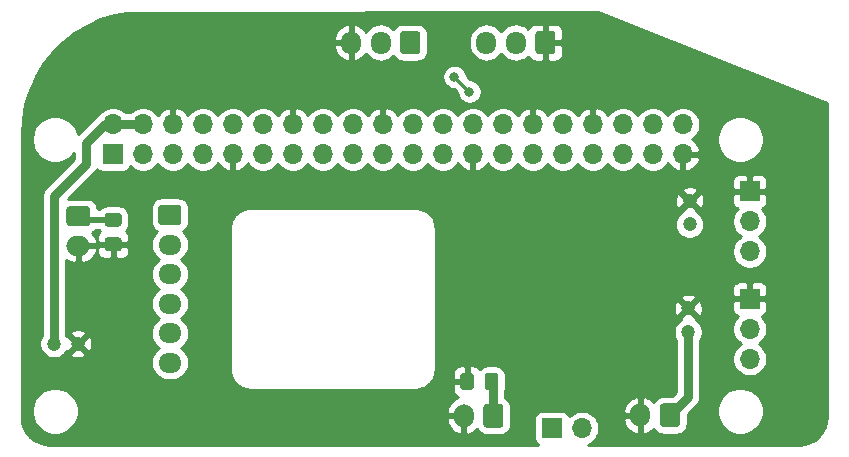
<source format=gbr>
%TF.GenerationSoftware,KiCad,Pcbnew,(5.1.10)-1*%
%TF.CreationDate,2023-05-11T15:26:33-07:00*%
%TF.ProjectId,CUBOTino2,4355424f-5469-46e6-9f32-2e6b69636164,rev?*%
%TF.SameCoordinates,Original*%
%TF.FileFunction,Copper,L2,Bot*%
%TF.FilePolarity,Positive*%
%FSLAX46Y46*%
G04 Gerber Fmt 4.6, Leading zero omitted, Abs format (unit mm)*
G04 Created by KiCad (PCBNEW (5.1.10)-1) date 2023-05-11 15:26:33*
%MOMM*%
%LPD*%
G01*
G04 APERTURE LIST*
%TA.AperFunction,ComponentPad*%
%ADD10O,1.700000X2.000000*%
%TD*%
%TA.AperFunction,ComponentPad*%
%ADD11O,2.000000X1.700000*%
%TD*%
%TA.AperFunction,ComponentPad*%
%ADD12O,1.950000X1.700000*%
%TD*%
%TA.AperFunction,ComponentPad*%
%ADD13O,1.700000X1.700000*%
%TD*%
%TA.AperFunction,ComponentPad*%
%ADD14R,1.700000X1.700000*%
%TD*%
%TA.AperFunction,ComponentPad*%
%ADD15O,1.700000X1.950000*%
%TD*%
%TA.AperFunction,ComponentPad*%
%ADD16C,1.200000*%
%TD*%
%TA.AperFunction,ViaPad*%
%ADD17C,0.800000*%
%TD*%
%TA.AperFunction,Conductor*%
%ADD18C,0.500000*%
%TD*%
%TA.AperFunction,Conductor*%
%ADD19C,0.750000*%
%TD*%
%TA.AperFunction,Conductor*%
%ADD20C,0.250000*%
%TD*%
%TA.AperFunction,Conductor*%
%ADD21C,0.254000*%
%TD*%
%TA.AperFunction,Conductor*%
%ADD22C,0.100000*%
%TD*%
G04 APERTURE END LIST*
D10*
%TO.P,J6,2*%
%TO.N,GND*%
X153550000Y-86850000D03*
%TO.P,J6,1*%
%TO.N,+5VP*%
%TA.AperFunction,ComponentPad*%
G36*
G01*
X156900000Y-86100000D02*
X156900000Y-87600000D01*
G75*
G02*
X156650000Y-87850000I-250000J0D01*
G01*
X155450000Y-87850000D01*
G75*
G02*
X155200000Y-87600000I0J250000D01*
G01*
X155200000Y-86100000D01*
G75*
G02*
X155450000Y-85850000I250000J0D01*
G01*
X156650000Y-85850000D01*
G75*
G02*
X156900000Y-86100000I0J-250000D01*
G01*
G37*
%TD.AperFunction*%
%TD*%
%TO.P,J4,2*%
%TO.N,GND*%
X138600000Y-86900000D03*
%TO.P,J4,1*%
%TO.N,+5V*%
%TA.AperFunction,ComponentPad*%
G36*
G01*
X141950000Y-86150000D02*
X141950000Y-87650000D01*
G75*
G02*
X141700000Y-87900000I-250000J0D01*
G01*
X140500000Y-87900000D01*
G75*
G02*
X140250000Y-87650000I0J250000D01*
G01*
X140250000Y-86150000D01*
G75*
G02*
X140500000Y-85900000I250000J0D01*
G01*
X141700000Y-85900000D01*
G75*
G02*
X141950000Y-86150000I0J-250000D01*
G01*
G37*
%TD.AperFunction*%
%TD*%
D11*
%TO.P,J2,2*%
%TO.N,GND*%
X105950000Y-72500000D03*
%TO.P,J2,1*%
%TO.N,+3V3*%
%TA.AperFunction,ComponentPad*%
G36*
G01*
X105200000Y-69150000D02*
X106700000Y-69150000D01*
G75*
G02*
X106950000Y-69400000I0J-250000D01*
G01*
X106950000Y-70600000D01*
G75*
G02*
X106700000Y-70850000I-250000J0D01*
G01*
X105200000Y-70850000D01*
G75*
G02*
X104950000Y-70600000I0J250000D01*
G01*
X104950000Y-69400000D01*
G75*
G02*
X105200000Y-69150000I250000J0D01*
G01*
G37*
%TD.AperFunction*%
%TD*%
D12*
%TO.P,J3,6*%
%TO.N,SCLK*%
X113700000Y-82400000D03*
%TO.P,J3,5*%
%TO.N,MOSI*%
X113700000Y-79900000D03*
%TO.P,J3,4*%
%TO.N,RST*%
X113700000Y-77400000D03*
%TO.P,J3,3*%
%TO.N,REG_SEL*%
X113700000Y-74900000D03*
%TO.P,J3,2*%
%TO.N,CS*%
X113700000Y-72400000D03*
%TO.P,J3,1*%
%TO.N,BACK_LIGHT*%
%TA.AperFunction,ComponentPad*%
G36*
G01*
X112975000Y-69050000D02*
X114425000Y-69050000D01*
G75*
G02*
X114675000Y-69300000I0J-250000D01*
G01*
X114675000Y-70500000D01*
G75*
G02*
X114425000Y-70750000I-250000J0D01*
G01*
X112975000Y-70750000D01*
G75*
G02*
X112725000Y-70500000I0J250000D01*
G01*
X112725000Y-69300000D01*
G75*
G02*
X112975000Y-69050000I250000J0D01*
G01*
G37*
%TD.AperFunction*%
%TD*%
D13*
%TO.P,J8,3*%
%TO.N,PWM_TOP*%
X162800000Y-82080000D03*
%TO.P,J8,2*%
%TO.N,+5VP*%
X162800000Y-79540000D03*
D14*
%TO.P,J8,1*%
%TO.N,GND*%
X162800000Y-77000000D03*
%TD*%
D13*
%TO.P,J7,3*%
%TO.N,PWM_CUBE*%
X162800000Y-72980000D03*
%TO.P,J7,2*%
%TO.N,+5VP*%
X162800000Y-70440000D03*
D14*
%TO.P,J7,1*%
%TO.N,GND*%
X162800000Y-67900000D03*
%TD*%
D15*
%TO.P,J10,3*%
%TO.N,GND*%
X129050000Y-55300000D03*
%TO.P,J10,2*%
%TO.N,+3V3*%
X131550000Y-55300000D03*
%TO.P,J10,1*%
%TO.N,TOUCH*%
%TA.AperFunction,ComponentPad*%
G36*
G01*
X134900000Y-54575000D02*
X134900000Y-56025000D01*
G75*
G02*
X134650000Y-56275000I-250000J0D01*
G01*
X133450000Y-56275000D01*
G75*
G02*
X133200000Y-56025000I0J250000D01*
G01*
X133200000Y-54575000D01*
G75*
G02*
X133450000Y-54325000I250000J0D01*
G01*
X134650000Y-54325000D01*
G75*
G02*
X134900000Y-54575000I0J-250000D01*
G01*
G37*
%TD.AperFunction*%
%TD*%
%TO.P,J9,3*%
%TO.N,PWM_LED*%
X140500000Y-55300000D03*
%TO.P,J9,2*%
%TO.N,+5VP*%
X143000000Y-55300000D03*
%TO.P,J9,1*%
%TO.N,GND*%
%TA.AperFunction,ComponentPad*%
G36*
G01*
X146350000Y-54575000D02*
X146350000Y-56025000D01*
G75*
G02*
X146100000Y-56275000I-250000J0D01*
G01*
X144900000Y-56275000D01*
G75*
G02*
X144650000Y-56025000I0J250000D01*
G01*
X144650000Y-54575000D01*
G75*
G02*
X144900000Y-54325000I250000J0D01*
G01*
X146100000Y-54325000D01*
G75*
G02*
X146350000Y-54575000I0J-250000D01*
G01*
G37*
%TD.AperFunction*%
%TD*%
D16*
%TO.P,C7,2*%
%TO.N,GND*%
X157700000Y-68700000D03*
%TO.P,C7,1*%
%TO.N,+5VP*%
X157700000Y-70700000D03*
%TD*%
%TO.P,C6,2*%
%TO.N,GND*%
X157600000Y-77800000D03*
%TO.P,C6,1*%
%TO.N,+5VP*%
X157600000Y-79800000D03*
%TD*%
%TO.P,C1,2*%
%TO.N,GND*%
X105900000Y-80800000D03*
%TO.P,C1,1*%
%TO.N,+5V*%
X103900000Y-80800000D03*
%TD*%
%TO.P,C4,2*%
%TO.N,GND*%
%TA.AperFunction,SMDPad,CuDef*%
G36*
G01*
X108425000Y-71800000D02*
X109375000Y-71800000D01*
G75*
G02*
X109625000Y-72050000I0J-250000D01*
G01*
X109625000Y-72725000D01*
G75*
G02*
X109375000Y-72975000I-250000J0D01*
G01*
X108425000Y-72975000D01*
G75*
G02*
X108175000Y-72725000I0J250000D01*
G01*
X108175000Y-72050000D01*
G75*
G02*
X108425000Y-71800000I250000J0D01*
G01*
G37*
%TD.AperFunction*%
%TO.P,C4,1*%
%TO.N,+3V3*%
%TA.AperFunction,SMDPad,CuDef*%
G36*
G01*
X108425000Y-69725000D02*
X109375000Y-69725000D01*
G75*
G02*
X109625000Y-69975000I0J-250000D01*
G01*
X109625000Y-70650000D01*
G75*
G02*
X109375000Y-70900000I-250000J0D01*
G01*
X108425000Y-70900000D01*
G75*
G02*
X108175000Y-70650000I0J250000D01*
G01*
X108175000Y-69975000D01*
G75*
G02*
X108425000Y-69725000I250000J0D01*
G01*
G37*
%TD.AperFunction*%
%TD*%
%TO.P,C2,2*%
%TO.N,GND*%
%TA.AperFunction,SMDPad,CuDef*%
G36*
G01*
X139450000Y-83525000D02*
X139450000Y-84475000D01*
G75*
G02*
X139200000Y-84725000I-250000J0D01*
G01*
X138525000Y-84725000D01*
G75*
G02*
X138275000Y-84475000I0J250000D01*
G01*
X138275000Y-83525000D01*
G75*
G02*
X138525000Y-83275000I250000J0D01*
G01*
X139200000Y-83275000D01*
G75*
G02*
X139450000Y-83525000I0J-250000D01*
G01*
G37*
%TD.AperFunction*%
%TO.P,C2,1*%
%TO.N,+5V*%
%TA.AperFunction,SMDPad,CuDef*%
G36*
G01*
X141525000Y-83525000D02*
X141525000Y-84475000D01*
G75*
G02*
X141275000Y-84725000I-250000J0D01*
G01*
X140600000Y-84725000D01*
G75*
G02*
X140350000Y-84475000I0J250000D01*
G01*
X140350000Y-83525000D01*
G75*
G02*
X140600000Y-83275000I250000J0D01*
G01*
X141275000Y-83275000D01*
G75*
G02*
X141525000Y-83525000I0J-250000D01*
G01*
G37*
%TD.AperFunction*%
%TD*%
D13*
%TO.P,J5,2*%
%TO.N,+5VP*%
X148590000Y-87950000D03*
D14*
%TO.P,J5,1*%
%TO.N,+5V*%
X146050000Y-87950000D03*
%TD*%
D13*
%TO.P,J1,40*%
%TO.N,Net-(J1-Pad40)*%
X157130000Y-62230000D03*
%TO.P,J1,39*%
%TO.N,GND*%
X157130000Y-64770000D03*
%TO.P,J1,38*%
%TO.N,Net-(J1-Pad38)*%
X154590000Y-62230000D03*
%TO.P,J1,37*%
%TO.N,TOUCH*%
X154590000Y-64770000D03*
%TO.P,J1,36*%
%TO.N,Net-(J1-Pad36)*%
X152050000Y-62230000D03*
%TO.P,J1,35*%
%TO.N,Net-(J1-Pad35)*%
X152050000Y-64770000D03*
%TO.P,J1,34*%
%TO.N,GND*%
X149510000Y-62230000D03*
%TO.P,J1,33*%
%TO.N,PWM_CUBE*%
X149510000Y-64770000D03*
%TO.P,J1,32*%
%TO.N,PWM_TOP*%
X146970000Y-62230000D03*
%TO.P,J1,31*%
%TO.N,Net-(J1-Pad31)*%
X146970000Y-64770000D03*
%TO.P,J1,30*%
%TO.N,GND*%
X144430000Y-62230000D03*
%TO.P,J1,29*%
%TO.N,Net-(J1-Pad29)*%
X144430000Y-64770000D03*
%TO.P,J1,28*%
%TO.N,Net-(J1-Pad28)*%
X141890000Y-62230000D03*
%TO.P,J1,27*%
%TO.N,Net-(J1-Pad27)*%
X141890000Y-64770000D03*
%TO.P,J1,26*%
%TO.N,Net-(J1-Pad26)*%
X139350000Y-62230000D03*
%TO.P,J1,25*%
%TO.N,GND*%
X139350000Y-64770000D03*
%TO.P,J1,24*%
%TO.N,CS*%
X136810000Y-62230000D03*
%TO.P,J1,23*%
%TO.N,SCLK*%
X136810000Y-64770000D03*
%TO.P,J1,22*%
%TO.N,Net-(J1-Pad22)*%
X134270000Y-62230000D03*
%TO.P,J1,21*%
%TO.N,Net-(J1-Pad21)*%
X134270000Y-64770000D03*
%TO.P,J1,20*%
%TO.N,GND*%
X131730000Y-62230000D03*
%TO.P,J1,19*%
%TO.N,MOSI*%
X131730000Y-64770000D03*
%TO.P,J1,18*%
%TO.N,Net-(J1-Pad18)*%
X129190000Y-62230000D03*
%TO.P,J1,17*%
%TO.N,Net-(J1-Pad17)*%
X129190000Y-64770000D03*
%TO.P,J1,16*%
%TO.N,Net-(J1-Pad16)*%
X126650000Y-62230000D03*
%TO.P,J1,15*%
%TO.N,RST*%
X126650000Y-64770000D03*
%TO.P,J1,14*%
%TO.N,GND*%
X124110000Y-62230000D03*
%TO.P,J1,13*%
%TO.N,REG_SEL*%
X124110000Y-64770000D03*
%TO.P,J1,12*%
%TO.N,PWM_LED*%
X121570000Y-62230000D03*
%TO.P,J1,11*%
%TO.N,Net-(J1-Pad11)*%
X121570000Y-64770000D03*
%TO.P,J1,10*%
%TO.N,Net-(J1-Pad10)*%
X119030000Y-62230000D03*
%TO.P,J1,9*%
%TO.N,GND*%
X119030000Y-64770000D03*
%TO.P,J1,8*%
%TO.N,Net-(J1-Pad8)*%
X116490000Y-62230000D03*
%TO.P,J1,7*%
%TO.N,BACK_LIGHT*%
X116490000Y-64770000D03*
%TO.P,J1,6*%
%TO.N,GND*%
X113950000Y-62230000D03*
%TO.P,J1,5*%
%TO.N,Net-(J1-Pad5)*%
X113950000Y-64770000D03*
%TO.P,J1,4*%
%TO.N,+5V*%
X111410000Y-62230000D03*
%TO.P,J1,3*%
%TO.N,Net-(J1-Pad3)*%
X111410000Y-64770000D03*
%TO.P,J1,2*%
%TO.N,+5V*%
X108870000Y-62230000D03*
D14*
%TO.P,J1,1*%
%TO.N,Net-(J1-Pad1)*%
X108870000Y-64770000D03*
%TD*%
D17*
%TO.N,GND*%
X107925000Y-60300000D03*
%TO.N,TOUCH*%
X139062653Y-59462653D03*
X137800000Y-58200000D03*
%TD*%
D18*
%TO.N,GND*%
X113950000Y-62230000D02*
X113950000Y-61150000D01*
D19*
%TO.N,+5V*%
X111410000Y-62230000D02*
X108870000Y-62230000D01*
X141100000Y-84162500D02*
X140937500Y-84000000D01*
X141100000Y-86900000D02*
X141100000Y-84162500D01*
X103900000Y-68300000D02*
X103900000Y-80800000D01*
X106600000Y-65600000D02*
X103900000Y-68300000D01*
X106600000Y-63800000D02*
X106600000Y-65600000D01*
X108170000Y-62230000D02*
X106600000Y-63800000D01*
X108870000Y-62230000D02*
X108170000Y-62230000D01*
%TO.N,+5VP*%
X157600000Y-85300000D02*
X156050000Y-86850000D01*
X157600000Y-79800000D02*
X157600000Y-85300000D01*
D18*
%TO.N,+3V3*%
X106262500Y-70312500D02*
X105958370Y-70008370D01*
X108900000Y-70312500D02*
X106262500Y-70312500D01*
D20*
%TO.N,TOUCH*%
X139062653Y-59462653D02*
X137800000Y-58200000D01*
%TD*%
D21*
%TO.N,GND*%
X169340000Y-60446841D02*
X169340001Y-86967711D01*
X169292330Y-87453894D01*
X169160512Y-87890497D01*
X168946399Y-88293186D01*
X168658150Y-88646613D01*
X168306739Y-88937327D01*
X167905564Y-89154240D01*
X167469886Y-89289106D01*
X166985664Y-89340000D01*
X149114734Y-89340000D01*
X149293411Y-89265990D01*
X149536632Y-89103475D01*
X149743475Y-88896632D01*
X149905990Y-88653411D01*
X150017932Y-88383158D01*
X150075000Y-88096260D01*
X150075000Y-87803740D01*
X150017932Y-87516842D01*
X149905990Y-87246589D01*
X149881370Y-87209742D01*
X152078715Y-87209742D01*
X152147904Y-87492745D01*
X152270975Y-87756812D01*
X152443198Y-87991795D01*
X152657954Y-88188664D01*
X152906991Y-88339854D01*
X153180739Y-88439554D01*
X153193110Y-88441476D01*
X153423000Y-88320155D01*
X153423000Y-86977000D01*
X152222768Y-86977000D01*
X152078715Y-87209742D01*
X149881370Y-87209742D01*
X149743475Y-87003368D01*
X149536632Y-86796525D01*
X149293411Y-86634010D01*
X149023158Y-86522068D01*
X148863240Y-86490258D01*
X152078715Y-86490258D01*
X152222768Y-86723000D01*
X153423000Y-86723000D01*
X153423000Y-85379845D01*
X153677000Y-85379845D01*
X153677000Y-86723000D01*
X153697000Y-86723000D01*
X153697000Y-86977000D01*
X153677000Y-86977000D01*
X153677000Y-88320155D01*
X153906890Y-88441476D01*
X153919261Y-88439554D01*
X154193009Y-88339854D01*
X154442046Y-88188664D01*
X154656802Y-87991795D01*
X154657086Y-87991407D01*
X154711595Y-88093386D01*
X154822038Y-88227962D01*
X154956614Y-88338405D01*
X155110150Y-88420472D01*
X155276746Y-88471008D01*
X155450000Y-88488072D01*
X156650000Y-88488072D01*
X156823254Y-88471008D01*
X156989850Y-88420472D01*
X157143386Y-88338405D01*
X157277962Y-88227962D01*
X157388405Y-88093386D01*
X157470472Y-87939850D01*
X157521008Y-87773254D01*
X157538072Y-87600000D01*
X157538072Y-86790283D01*
X158023860Y-86304495D01*
X160015000Y-86304495D01*
X160015000Y-86695505D01*
X160091282Y-87079003D01*
X160240915Y-87440250D01*
X160458149Y-87765364D01*
X160734636Y-88041851D01*
X161059750Y-88259085D01*
X161420997Y-88408718D01*
X161804495Y-88485000D01*
X162195505Y-88485000D01*
X162579003Y-88408718D01*
X162940250Y-88259085D01*
X163265364Y-88041851D01*
X163541851Y-87765364D01*
X163759085Y-87440250D01*
X163908718Y-87079003D01*
X163985000Y-86695505D01*
X163985000Y-86304495D01*
X163908718Y-85920997D01*
X163759085Y-85559750D01*
X163541851Y-85234636D01*
X163265364Y-84958149D01*
X162940250Y-84740915D01*
X162579003Y-84591282D01*
X162195505Y-84515000D01*
X161804495Y-84515000D01*
X161420997Y-84591282D01*
X161059750Y-84740915D01*
X160734636Y-84958149D01*
X160458149Y-85234636D01*
X160240915Y-85559750D01*
X160091282Y-85920997D01*
X160015000Y-86304495D01*
X158023860Y-86304495D01*
X158279094Y-86049261D01*
X158317633Y-86017633D01*
X158443847Y-85863840D01*
X158537632Y-85688380D01*
X158547268Y-85656614D01*
X158595385Y-85497995D01*
X158614886Y-85300001D01*
X158610000Y-85250393D01*
X158610000Y-80511370D01*
X158694443Y-80384992D01*
X158787540Y-80160236D01*
X158835000Y-79921637D01*
X158835000Y-79678363D01*
X158787540Y-79439764D01*
X158694443Y-79215008D01*
X158559287Y-79012733D01*
X158387267Y-78840713D01*
X158249267Y-78748504D01*
X158270159Y-78649764D01*
X157600000Y-77979605D01*
X156929841Y-78649764D01*
X156950733Y-78748504D01*
X156812733Y-78840713D01*
X156640713Y-79012733D01*
X156505557Y-79215008D01*
X156412460Y-79439764D01*
X156365000Y-79678363D01*
X156365000Y-79921637D01*
X156412460Y-80160236D01*
X156505557Y-80384992D01*
X156590000Y-80511370D01*
X156590001Y-84881644D01*
X156259717Y-85211928D01*
X155450000Y-85211928D01*
X155276746Y-85228992D01*
X155110150Y-85279528D01*
X154956614Y-85361595D01*
X154822038Y-85472038D01*
X154711595Y-85606614D01*
X154657086Y-85708593D01*
X154656802Y-85708205D01*
X154442046Y-85511336D01*
X154193009Y-85360146D01*
X153919261Y-85260446D01*
X153906890Y-85258524D01*
X153677000Y-85379845D01*
X153423000Y-85379845D01*
X153193110Y-85258524D01*
X153180739Y-85260446D01*
X152906991Y-85360146D01*
X152657954Y-85511336D01*
X152443198Y-85708205D01*
X152270975Y-85943188D01*
X152147904Y-86207255D01*
X152078715Y-86490258D01*
X148863240Y-86490258D01*
X148736260Y-86465000D01*
X148443740Y-86465000D01*
X148156842Y-86522068D01*
X147886589Y-86634010D01*
X147643368Y-86796525D01*
X147511513Y-86928380D01*
X147489502Y-86855820D01*
X147430537Y-86745506D01*
X147351185Y-86648815D01*
X147254494Y-86569463D01*
X147144180Y-86510498D01*
X147024482Y-86474188D01*
X146900000Y-86461928D01*
X145200000Y-86461928D01*
X145075518Y-86474188D01*
X144955820Y-86510498D01*
X144845506Y-86569463D01*
X144748815Y-86648815D01*
X144669463Y-86745506D01*
X144610498Y-86855820D01*
X144574188Y-86975518D01*
X144561928Y-87100000D01*
X144561928Y-88800000D01*
X144574188Y-88924482D01*
X144610498Y-89044180D01*
X144669463Y-89154494D01*
X144748815Y-89251185D01*
X144845506Y-89330537D01*
X144863210Y-89340000D01*
X103532279Y-89340000D01*
X103046106Y-89292330D01*
X102609503Y-89160512D01*
X102206814Y-88946399D01*
X101853387Y-88658150D01*
X101562673Y-88306739D01*
X101345760Y-87905564D01*
X101210894Y-87469886D01*
X101160000Y-86985664D01*
X101160000Y-86304495D01*
X102015000Y-86304495D01*
X102015000Y-86695505D01*
X102091282Y-87079003D01*
X102240915Y-87440250D01*
X102458149Y-87765364D01*
X102734636Y-88041851D01*
X103059750Y-88259085D01*
X103420997Y-88408718D01*
X103804495Y-88485000D01*
X104195505Y-88485000D01*
X104579003Y-88408718D01*
X104940250Y-88259085D01*
X105265364Y-88041851D01*
X105541851Y-87765364D01*
X105759085Y-87440250D01*
X105833853Y-87259742D01*
X137128715Y-87259742D01*
X137197904Y-87542745D01*
X137320975Y-87806812D01*
X137493198Y-88041795D01*
X137707954Y-88238664D01*
X137956991Y-88389854D01*
X138230739Y-88489554D01*
X138243110Y-88491476D01*
X138473000Y-88370155D01*
X138473000Y-87027000D01*
X137272768Y-87027000D01*
X137128715Y-87259742D01*
X105833853Y-87259742D01*
X105908718Y-87079003D01*
X105985000Y-86695505D01*
X105985000Y-86540258D01*
X137128715Y-86540258D01*
X137272768Y-86773000D01*
X138473000Y-86773000D01*
X138473000Y-86753000D01*
X138727000Y-86753000D01*
X138727000Y-86773000D01*
X138747000Y-86773000D01*
X138747000Y-87027000D01*
X138727000Y-87027000D01*
X138727000Y-88370155D01*
X138956890Y-88491476D01*
X138969261Y-88489554D01*
X139243009Y-88389854D01*
X139492046Y-88238664D01*
X139706802Y-88041795D01*
X139707086Y-88041407D01*
X139761595Y-88143386D01*
X139872038Y-88277962D01*
X140006614Y-88388405D01*
X140160150Y-88470472D01*
X140326746Y-88521008D01*
X140500000Y-88538072D01*
X141700000Y-88538072D01*
X141873254Y-88521008D01*
X142039850Y-88470472D01*
X142193386Y-88388405D01*
X142327962Y-88277962D01*
X142438405Y-88143386D01*
X142520472Y-87989850D01*
X142571008Y-87823254D01*
X142588072Y-87650000D01*
X142588072Y-86150000D01*
X142571008Y-85976746D01*
X142520472Y-85810150D01*
X142438405Y-85656614D01*
X142327962Y-85522038D01*
X142193386Y-85411595D01*
X142110000Y-85367024D01*
X142110000Y-84766957D01*
X142146008Y-84648254D01*
X142163072Y-84475000D01*
X142163072Y-83525000D01*
X142146008Y-83351746D01*
X142095472Y-83185150D01*
X142013405Y-83031614D01*
X141902962Y-82897038D01*
X141768386Y-82786595D01*
X141614850Y-82704528D01*
X141448254Y-82653992D01*
X141275000Y-82636928D01*
X140600000Y-82636928D01*
X140426746Y-82653992D01*
X140260150Y-82704528D01*
X140106614Y-82786595D01*
X139972038Y-82897038D01*
X139966658Y-82903594D01*
X139901185Y-82823815D01*
X139804494Y-82744463D01*
X139694180Y-82685498D01*
X139574482Y-82649188D01*
X139450000Y-82636928D01*
X139148250Y-82640000D01*
X138989500Y-82798750D01*
X138989500Y-83873000D01*
X139009500Y-83873000D01*
X139009500Y-84127000D01*
X138989500Y-84127000D01*
X138989500Y-84147000D01*
X138735500Y-84147000D01*
X138735500Y-84127000D01*
X137798750Y-84127000D01*
X137640000Y-84285750D01*
X137636928Y-84725000D01*
X137649188Y-84849482D01*
X137685498Y-84969180D01*
X137744463Y-85079494D01*
X137823815Y-85176185D01*
X137920506Y-85255537D01*
X138030820Y-85314502D01*
X138133816Y-85345746D01*
X137956991Y-85410146D01*
X137707954Y-85561336D01*
X137493198Y-85758205D01*
X137320975Y-85993188D01*
X137197904Y-86257255D01*
X137128715Y-86540258D01*
X105985000Y-86540258D01*
X105985000Y-86304495D01*
X105908718Y-85920997D01*
X105759085Y-85559750D01*
X105541851Y-85234636D01*
X105265364Y-84958149D01*
X104940250Y-84740915D01*
X104579003Y-84591282D01*
X104195505Y-84515000D01*
X103804495Y-84515000D01*
X103420997Y-84591282D01*
X103059750Y-84740915D01*
X102734636Y-84958149D01*
X102458149Y-85234636D01*
X102240915Y-85559750D01*
X102091282Y-85920997D01*
X102015000Y-86304495D01*
X101160000Y-86304495D01*
X101160000Y-63304495D01*
X102015000Y-63304495D01*
X102015000Y-63695505D01*
X102091282Y-64079003D01*
X102240915Y-64440250D01*
X102458149Y-64765364D01*
X102734636Y-65041851D01*
X103059750Y-65259085D01*
X103420997Y-65408718D01*
X103804495Y-65485000D01*
X104195505Y-65485000D01*
X104579003Y-65408718D01*
X104940250Y-65259085D01*
X105265364Y-65041851D01*
X105541851Y-64765364D01*
X105590000Y-64693303D01*
X105590001Y-65181643D01*
X103220906Y-67550739D01*
X103182367Y-67582367D01*
X103056153Y-67736160D01*
X102995179Y-67850236D01*
X102962368Y-67911621D01*
X102904615Y-68102006D01*
X102885114Y-68300000D01*
X102890000Y-68349608D01*
X102890001Y-80088629D01*
X102805557Y-80215008D01*
X102712460Y-80439764D01*
X102665000Y-80678363D01*
X102665000Y-80921637D01*
X102712460Y-81160236D01*
X102805557Y-81384992D01*
X102940713Y-81587267D01*
X103112733Y-81759287D01*
X103315008Y-81894443D01*
X103539764Y-81987540D01*
X103778363Y-82035000D01*
X104021637Y-82035000D01*
X104260236Y-81987540D01*
X104484992Y-81894443D01*
X104687267Y-81759287D01*
X104796790Y-81649764D01*
X105229841Y-81649764D01*
X105277148Y-81873348D01*
X105498516Y-81974237D01*
X105735313Y-82030000D01*
X105978438Y-82038495D01*
X106218549Y-81999395D01*
X106446418Y-81914202D01*
X106522852Y-81873348D01*
X106570159Y-81649764D01*
X105900000Y-80979605D01*
X105229841Y-81649764D01*
X104796790Y-81649764D01*
X104859287Y-81587267D01*
X104951496Y-81449267D01*
X105050236Y-81470159D01*
X105720395Y-80800000D01*
X106079605Y-80800000D01*
X106749764Y-81470159D01*
X106973348Y-81422852D01*
X107074237Y-81201484D01*
X107130000Y-80964687D01*
X107138495Y-80721562D01*
X107099395Y-80481451D01*
X107014202Y-80253582D01*
X106973348Y-80177148D01*
X106749764Y-80129841D01*
X106079605Y-80800000D01*
X105720395Y-80800000D01*
X105050236Y-80129841D01*
X104951496Y-80150733D01*
X104910000Y-80088630D01*
X104910000Y-79950236D01*
X105229841Y-79950236D01*
X105900000Y-80620395D01*
X106570159Y-79950236D01*
X106522852Y-79726652D01*
X106301484Y-79625763D01*
X106064687Y-79570000D01*
X105821562Y-79561505D01*
X105581451Y-79600605D01*
X105353582Y-79685798D01*
X105277148Y-79726652D01*
X105229841Y-79950236D01*
X104910000Y-79950236D01*
X104910000Y-73681409D01*
X105043188Y-73779025D01*
X105307255Y-73902096D01*
X105590258Y-73971285D01*
X105823000Y-73827232D01*
X105823000Y-72627000D01*
X106077000Y-72627000D01*
X106077000Y-73827232D01*
X106309742Y-73971285D01*
X106592745Y-73902096D01*
X106856812Y-73779025D01*
X107091795Y-73606802D01*
X107288664Y-73392046D01*
X107439854Y-73143009D01*
X107537960Y-72873638D01*
X107536928Y-72975000D01*
X107549188Y-73099482D01*
X107585498Y-73219180D01*
X107644463Y-73329494D01*
X107723815Y-73426185D01*
X107820506Y-73505537D01*
X107930820Y-73564502D01*
X108050518Y-73600812D01*
X108175000Y-73613072D01*
X108614250Y-73610000D01*
X108773000Y-73451250D01*
X108773000Y-72514500D01*
X109027000Y-72514500D01*
X109027000Y-73451250D01*
X109185750Y-73610000D01*
X109625000Y-73613072D01*
X109749482Y-73600812D01*
X109869180Y-73564502D01*
X109979494Y-73505537D01*
X110076185Y-73426185D01*
X110155537Y-73329494D01*
X110214502Y-73219180D01*
X110250812Y-73099482D01*
X110263072Y-72975000D01*
X110260000Y-72673250D01*
X110101250Y-72514500D01*
X109027000Y-72514500D01*
X108773000Y-72514500D01*
X107698750Y-72514500D01*
X107540000Y-72673250D01*
X107538194Y-72850670D01*
X107420155Y-72627000D01*
X106077000Y-72627000D01*
X105823000Y-72627000D01*
X105803000Y-72627000D01*
X105803000Y-72400000D01*
X112082815Y-72400000D01*
X112111487Y-72691111D01*
X112196401Y-72971034D01*
X112334294Y-73229014D01*
X112519866Y-73455134D01*
X112745986Y-73640706D01*
X112763374Y-73650000D01*
X112745986Y-73659294D01*
X112519866Y-73844866D01*
X112334294Y-74070986D01*
X112196401Y-74328966D01*
X112111487Y-74608889D01*
X112082815Y-74900000D01*
X112111487Y-75191111D01*
X112196401Y-75471034D01*
X112334294Y-75729014D01*
X112519866Y-75955134D01*
X112745986Y-76140706D01*
X112763374Y-76150000D01*
X112745986Y-76159294D01*
X112519866Y-76344866D01*
X112334294Y-76570986D01*
X112196401Y-76828966D01*
X112111487Y-77108889D01*
X112082815Y-77400000D01*
X112111487Y-77691111D01*
X112196401Y-77971034D01*
X112334294Y-78229014D01*
X112519866Y-78455134D01*
X112745986Y-78640706D01*
X112763374Y-78650000D01*
X112745986Y-78659294D01*
X112519866Y-78844866D01*
X112334294Y-79070986D01*
X112196401Y-79328966D01*
X112111487Y-79608889D01*
X112082815Y-79900000D01*
X112111487Y-80191111D01*
X112196401Y-80471034D01*
X112334294Y-80729014D01*
X112519866Y-80955134D01*
X112745986Y-81140706D01*
X112763374Y-81150000D01*
X112745986Y-81159294D01*
X112519866Y-81344866D01*
X112334294Y-81570986D01*
X112196401Y-81828966D01*
X112111487Y-82108889D01*
X112082815Y-82400000D01*
X112111487Y-82691111D01*
X112196401Y-82971034D01*
X112334294Y-83229014D01*
X112519866Y-83455134D01*
X112745986Y-83640706D01*
X113003966Y-83778599D01*
X113283889Y-83863513D01*
X113502050Y-83885000D01*
X113897950Y-83885000D01*
X114116111Y-83863513D01*
X114396034Y-83778599D01*
X114654014Y-83640706D01*
X114880134Y-83455134D01*
X115065706Y-83229014D01*
X115169871Y-83034134D01*
X118805000Y-83034134D01*
X118807928Y-83063858D01*
X118807885Y-83069972D01*
X118808831Y-83079630D01*
X118829232Y-83273727D01*
X118841905Y-83335461D01*
X118853702Y-83397304D01*
X118856506Y-83406594D01*
X118914218Y-83593032D01*
X118938628Y-83651101D01*
X118962225Y-83709505D01*
X118966781Y-83718074D01*
X119059606Y-83889750D01*
X119094833Y-83941977D01*
X119129323Y-83994683D01*
X119135456Y-84002204D01*
X119259860Y-84152581D01*
X119304533Y-84196943D01*
X119348628Y-84241971D01*
X119356100Y-84248152D01*
X119356106Y-84248158D01*
X119356113Y-84248162D01*
X119507348Y-84371507D01*
X119559809Y-84406363D01*
X119611790Y-84441954D01*
X119620321Y-84446567D01*
X119620325Y-84446570D01*
X119620329Y-84446572D01*
X119792648Y-84538195D01*
X119850895Y-84562203D01*
X119908783Y-84587013D01*
X119918047Y-84589881D01*
X119918054Y-84589884D01*
X119918061Y-84589885D01*
X120104890Y-84646292D01*
X120166658Y-84658522D01*
X120228294Y-84671623D01*
X120237945Y-84672638D01*
X120432179Y-84691683D01*
X120432187Y-84691683D01*
X120465865Y-84695000D01*
X134534135Y-84695000D01*
X134563859Y-84692072D01*
X134569972Y-84692115D01*
X134579630Y-84691169D01*
X134773727Y-84670768D01*
X134835461Y-84658095D01*
X134897304Y-84646298D01*
X134906594Y-84643494D01*
X135093032Y-84585782D01*
X135151101Y-84561372D01*
X135209505Y-84537775D01*
X135218074Y-84533219D01*
X135389750Y-84440394D01*
X135441977Y-84405167D01*
X135494683Y-84370677D01*
X135502204Y-84364544D01*
X135652581Y-84240140D01*
X135696943Y-84195467D01*
X135741971Y-84151372D01*
X135748152Y-84143900D01*
X135748158Y-84143894D01*
X135748162Y-84143887D01*
X135871507Y-83992652D01*
X135906363Y-83940191D01*
X135941954Y-83888210D01*
X135946567Y-83879679D01*
X135946570Y-83879675D01*
X135946572Y-83879671D01*
X136038195Y-83707352D01*
X136062203Y-83649105D01*
X136087013Y-83591217D01*
X136089881Y-83581953D01*
X136089884Y-83581946D01*
X136089885Y-83581939D01*
X136146292Y-83395110D01*
X136158522Y-83333342D01*
X136170922Y-83275000D01*
X137636928Y-83275000D01*
X137640000Y-83714250D01*
X137798750Y-83873000D01*
X138735500Y-83873000D01*
X138735500Y-82798750D01*
X138576750Y-82640000D01*
X138275000Y-82636928D01*
X138150518Y-82649188D01*
X138030820Y-82685498D01*
X137920506Y-82744463D01*
X137823815Y-82823815D01*
X137744463Y-82920506D01*
X137685498Y-83030820D01*
X137649188Y-83150518D01*
X137636928Y-83275000D01*
X136170922Y-83275000D01*
X136171623Y-83271706D01*
X136172638Y-83262055D01*
X136191683Y-83067821D01*
X136191683Y-83067813D01*
X136195000Y-83034135D01*
X136195000Y-77878438D01*
X156361505Y-77878438D01*
X156400605Y-78118549D01*
X156485798Y-78346418D01*
X156526652Y-78422852D01*
X156750236Y-78470159D01*
X157420395Y-77800000D01*
X157779605Y-77800000D01*
X158449764Y-78470159D01*
X158673348Y-78422852D01*
X158774237Y-78201484D01*
X158830000Y-77964687D01*
X158834007Y-77850000D01*
X161311928Y-77850000D01*
X161324188Y-77974482D01*
X161360498Y-78094180D01*
X161419463Y-78204494D01*
X161498815Y-78301185D01*
X161595506Y-78380537D01*
X161705820Y-78439502D01*
X161778380Y-78461513D01*
X161646525Y-78593368D01*
X161484010Y-78836589D01*
X161372068Y-79106842D01*
X161315000Y-79393740D01*
X161315000Y-79686260D01*
X161372068Y-79973158D01*
X161484010Y-80243411D01*
X161646525Y-80486632D01*
X161853368Y-80693475D01*
X162027760Y-80810000D01*
X161853368Y-80926525D01*
X161646525Y-81133368D01*
X161484010Y-81376589D01*
X161372068Y-81646842D01*
X161315000Y-81933740D01*
X161315000Y-82226260D01*
X161372068Y-82513158D01*
X161484010Y-82783411D01*
X161646525Y-83026632D01*
X161853368Y-83233475D01*
X162096589Y-83395990D01*
X162366842Y-83507932D01*
X162653740Y-83565000D01*
X162946260Y-83565000D01*
X163233158Y-83507932D01*
X163503411Y-83395990D01*
X163746632Y-83233475D01*
X163953475Y-83026632D01*
X164115990Y-82783411D01*
X164227932Y-82513158D01*
X164285000Y-82226260D01*
X164285000Y-81933740D01*
X164227932Y-81646842D01*
X164115990Y-81376589D01*
X163953475Y-81133368D01*
X163746632Y-80926525D01*
X163572240Y-80810000D01*
X163746632Y-80693475D01*
X163953475Y-80486632D01*
X164115990Y-80243411D01*
X164227932Y-79973158D01*
X164285000Y-79686260D01*
X164285000Y-79393740D01*
X164227932Y-79106842D01*
X164115990Y-78836589D01*
X163953475Y-78593368D01*
X163821620Y-78461513D01*
X163894180Y-78439502D01*
X164004494Y-78380537D01*
X164101185Y-78301185D01*
X164180537Y-78204494D01*
X164239502Y-78094180D01*
X164275812Y-77974482D01*
X164288072Y-77850000D01*
X164285000Y-77285750D01*
X164126250Y-77127000D01*
X162927000Y-77127000D01*
X162927000Y-77147000D01*
X162673000Y-77147000D01*
X162673000Y-77127000D01*
X161473750Y-77127000D01*
X161315000Y-77285750D01*
X161311928Y-77850000D01*
X158834007Y-77850000D01*
X158838495Y-77721562D01*
X158799395Y-77481451D01*
X158714202Y-77253582D01*
X158673348Y-77177148D01*
X158449764Y-77129841D01*
X157779605Y-77800000D01*
X157420395Y-77800000D01*
X156750236Y-77129841D01*
X156526652Y-77177148D01*
X156425763Y-77398516D01*
X156370000Y-77635313D01*
X156361505Y-77878438D01*
X136195000Y-77878438D01*
X136195000Y-76950236D01*
X156929841Y-76950236D01*
X157600000Y-77620395D01*
X158270159Y-76950236D01*
X158222852Y-76726652D01*
X158001484Y-76625763D01*
X157764687Y-76570000D01*
X157521562Y-76561505D01*
X157281451Y-76600605D01*
X157053582Y-76685798D01*
X156977148Y-76726652D01*
X156929841Y-76950236D01*
X136195000Y-76950236D01*
X136195000Y-76150000D01*
X161311928Y-76150000D01*
X161315000Y-76714250D01*
X161473750Y-76873000D01*
X162673000Y-76873000D01*
X162673000Y-75673750D01*
X162927000Y-75673750D01*
X162927000Y-76873000D01*
X164126250Y-76873000D01*
X164285000Y-76714250D01*
X164288072Y-76150000D01*
X164275812Y-76025518D01*
X164239502Y-75905820D01*
X164180537Y-75795506D01*
X164101185Y-75698815D01*
X164004494Y-75619463D01*
X163894180Y-75560498D01*
X163774482Y-75524188D01*
X163650000Y-75511928D01*
X163085750Y-75515000D01*
X162927000Y-75673750D01*
X162673000Y-75673750D01*
X162514250Y-75515000D01*
X161950000Y-75511928D01*
X161825518Y-75524188D01*
X161705820Y-75560498D01*
X161595506Y-75619463D01*
X161498815Y-75698815D01*
X161419463Y-75795506D01*
X161360498Y-75905820D01*
X161324188Y-76025518D01*
X161311928Y-76150000D01*
X136195000Y-76150000D01*
X136195000Y-70965865D01*
X136192072Y-70936141D01*
X136192115Y-70930027D01*
X136191168Y-70920369D01*
X136170768Y-70726273D01*
X136158095Y-70664539D01*
X136146298Y-70602696D01*
X136143494Y-70593405D01*
X136138838Y-70578363D01*
X156465000Y-70578363D01*
X156465000Y-70821637D01*
X156512460Y-71060236D01*
X156605557Y-71284992D01*
X156740713Y-71487267D01*
X156912733Y-71659287D01*
X157115008Y-71794443D01*
X157339764Y-71887540D01*
X157578363Y-71935000D01*
X157821637Y-71935000D01*
X158060236Y-71887540D01*
X158284992Y-71794443D01*
X158487267Y-71659287D01*
X158659287Y-71487267D01*
X158794443Y-71284992D01*
X158887540Y-71060236D01*
X158935000Y-70821637D01*
X158935000Y-70578363D01*
X158887540Y-70339764D01*
X158794443Y-70115008D01*
X158659287Y-69912733D01*
X158487267Y-69740713D01*
X158349267Y-69648504D01*
X158370159Y-69549764D01*
X157700000Y-68879605D01*
X157029841Y-69549764D01*
X157050733Y-69648504D01*
X156912733Y-69740713D01*
X156740713Y-69912733D01*
X156605557Y-70115008D01*
X156512460Y-70339764D01*
X156465000Y-70578363D01*
X136138838Y-70578363D01*
X136085782Y-70406968D01*
X136061372Y-70348899D01*
X136037775Y-70290495D01*
X136033219Y-70281926D01*
X135940394Y-70110249D01*
X135905167Y-70058023D01*
X135870677Y-70005316D01*
X135864544Y-69997796D01*
X135740140Y-69847418D01*
X135695464Y-69803054D01*
X135651372Y-69758029D01*
X135643894Y-69751843D01*
X135492652Y-69628493D01*
X135440201Y-69593644D01*
X135388211Y-69558046D01*
X135379679Y-69553433D01*
X135379675Y-69553430D01*
X135379671Y-69553428D01*
X135207352Y-69461805D01*
X135149134Y-69437809D01*
X135091217Y-69412987D01*
X135081947Y-69410117D01*
X134895111Y-69353708D01*
X134833321Y-69341473D01*
X134771705Y-69328377D01*
X134762054Y-69327362D01*
X134567821Y-69308317D01*
X134567813Y-69308317D01*
X134534135Y-69305000D01*
X120465865Y-69305000D01*
X120436141Y-69307928D01*
X120430027Y-69307885D01*
X120420369Y-69308832D01*
X120226273Y-69329232D01*
X120164539Y-69341905D01*
X120102696Y-69353702D01*
X120093405Y-69356506D01*
X119906968Y-69414218D01*
X119848899Y-69438628D01*
X119790495Y-69462225D01*
X119781926Y-69466781D01*
X119610249Y-69559606D01*
X119558023Y-69594833D01*
X119505316Y-69629323D01*
X119497796Y-69635456D01*
X119347418Y-69759860D01*
X119303054Y-69804536D01*
X119258029Y-69848628D01*
X119251843Y-69856106D01*
X119128493Y-70007348D01*
X119093644Y-70059799D01*
X119058046Y-70111789D01*
X119053433Y-70120321D01*
X119053430Y-70120325D01*
X119053430Y-70120326D01*
X118961805Y-70292648D01*
X118937809Y-70350866D01*
X118912987Y-70408783D01*
X118910117Y-70418053D01*
X118853708Y-70604889D01*
X118841473Y-70666679D01*
X118828377Y-70728295D01*
X118827362Y-70737946D01*
X118808317Y-70932179D01*
X118808317Y-70932198D01*
X118805001Y-70965865D01*
X118805000Y-83034134D01*
X115169871Y-83034134D01*
X115203599Y-82971034D01*
X115288513Y-82691111D01*
X115317185Y-82400000D01*
X115288513Y-82108889D01*
X115203599Y-81828966D01*
X115065706Y-81570986D01*
X114880134Y-81344866D01*
X114654014Y-81159294D01*
X114636626Y-81150000D01*
X114654014Y-81140706D01*
X114880134Y-80955134D01*
X115065706Y-80729014D01*
X115203599Y-80471034D01*
X115288513Y-80191111D01*
X115317185Y-79900000D01*
X115288513Y-79608889D01*
X115203599Y-79328966D01*
X115065706Y-79070986D01*
X114880134Y-78844866D01*
X114654014Y-78659294D01*
X114636626Y-78650000D01*
X114654014Y-78640706D01*
X114880134Y-78455134D01*
X115065706Y-78229014D01*
X115203599Y-77971034D01*
X115288513Y-77691111D01*
X115317185Y-77400000D01*
X115288513Y-77108889D01*
X115203599Y-76828966D01*
X115065706Y-76570986D01*
X114880134Y-76344866D01*
X114654014Y-76159294D01*
X114636626Y-76150000D01*
X114654014Y-76140706D01*
X114880134Y-75955134D01*
X115065706Y-75729014D01*
X115203599Y-75471034D01*
X115288513Y-75191111D01*
X115317185Y-74900000D01*
X115288513Y-74608889D01*
X115203599Y-74328966D01*
X115065706Y-74070986D01*
X114880134Y-73844866D01*
X114654014Y-73659294D01*
X114636626Y-73650000D01*
X114654014Y-73640706D01*
X114880134Y-73455134D01*
X115065706Y-73229014D01*
X115203599Y-72971034D01*
X115288513Y-72691111D01*
X115317185Y-72400000D01*
X115288513Y-72108889D01*
X115203599Y-71828966D01*
X115065706Y-71570986D01*
X114880134Y-71344866D01*
X114816663Y-71292777D01*
X114918386Y-71238405D01*
X115052962Y-71127962D01*
X115163405Y-70993386D01*
X115245472Y-70839850D01*
X115296008Y-70673254D01*
X115313072Y-70500000D01*
X115313072Y-69300000D01*
X115296008Y-69126746D01*
X115245472Y-68960150D01*
X115163405Y-68806614D01*
X115140282Y-68778438D01*
X156461505Y-68778438D01*
X156500605Y-69018549D01*
X156585798Y-69246418D01*
X156626652Y-69322852D01*
X156850236Y-69370159D01*
X157520395Y-68700000D01*
X157879605Y-68700000D01*
X158549764Y-69370159D01*
X158773348Y-69322852D01*
X158874237Y-69101484D01*
X158930000Y-68864687D01*
X158934007Y-68750000D01*
X161311928Y-68750000D01*
X161324188Y-68874482D01*
X161360498Y-68994180D01*
X161419463Y-69104494D01*
X161498815Y-69201185D01*
X161595506Y-69280537D01*
X161705820Y-69339502D01*
X161778380Y-69361513D01*
X161646525Y-69493368D01*
X161484010Y-69736589D01*
X161372068Y-70006842D01*
X161315000Y-70293740D01*
X161315000Y-70586260D01*
X161372068Y-70873158D01*
X161484010Y-71143411D01*
X161646525Y-71386632D01*
X161853368Y-71593475D01*
X162027760Y-71710000D01*
X161853368Y-71826525D01*
X161646525Y-72033368D01*
X161484010Y-72276589D01*
X161372068Y-72546842D01*
X161315000Y-72833740D01*
X161315000Y-73126260D01*
X161372068Y-73413158D01*
X161484010Y-73683411D01*
X161646525Y-73926632D01*
X161853368Y-74133475D01*
X162096589Y-74295990D01*
X162366842Y-74407932D01*
X162653740Y-74465000D01*
X162946260Y-74465000D01*
X163233158Y-74407932D01*
X163503411Y-74295990D01*
X163746632Y-74133475D01*
X163953475Y-73926632D01*
X164115990Y-73683411D01*
X164227932Y-73413158D01*
X164285000Y-73126260D01*
X164285000Y-72833740D01*
X164227932Y-72546842D01*
X164115990Y-72276589D01*
X163953475Y-72033368D01*
X163746632Y-71826525D01*
X163572240Y-71710000D01*
X163746632Y-71593475D01*
X163953475Y-71386632D01*
X164115990Y-71143411D01*
X164227932Y-70873158D01*
X164285000Y-70586260D01*
X164285000Y-70293740D01*
X164227932Y-70006842D01*
X164115990Y-69736589D01*
X163953475Y-69493368D01*
X163821620Y-69361513D01*
X163894180Y-69339502D01*
X164004494Y-69280537D01*
X164101185Y-69201185D01*
X164180537Y-69104494D01*
X164239502Y-68994180D01*
X164275812Y-68874482D01*
X164288072Y-68750000D01*
X164285000Y-68185750D01*
X164126250Y-68027000D01*
X162927000Y-68027000D01*
X162927000Y-68047000D01*
X162673000Y-68047000D01*
X162673000Y-68027000D01*
X161473750Y-68027000D01*
X161315000Y-68185750D01*
X161311928Y-68750000D01*
X158934007Y-68750000D01*
X158938495Y-68621562D01*
X158899395Y-68381451D01*
X158814202Y-68153582D01*
X158773348Y-68077148D01*
X158549764Y-68029841D01*
X157879605Y-68700000D01*
X157520395Y-68700000D01*
X156850236Y-68029841D01*
X156626652Y-68077148D01*
X156525763Y-68298516D01*
X156470000Y-68535313D01*
X156461505Y-68778438D01*
X115140282Y-68778438D01*
X115052962Y-68672038D01*
X114918386Y-68561595D01*
X114764850Y-68479528D01*
X114598254Y-68428992D01*
X114425000Y-68411928D01*
X112975000Y-68411928D01*
X112801746Y-68428992D01*
X112635150Y-68479528D01*
X112481614Y-68561595D01*
X112347038Y-68672038D01*
X112236595Y-68806614D01*
X112154528Y-68960150D01*
X112103992Y-69126746D01*
X112086928Y-69300000D01*
X112086928Y-70500000D01*
X112103992Y-70673254D01*
X112154528Y-70839850D01*
X112236595Y-70993386D01*
X112347038Y-71127962D01*
X112481614Y-71238405D01*
X112583337Y-71292777D01*
X112519866Y-71344866D01*
X112334294Y-71570986D01*
X112196401Y-71828966D01*
X112111487Y-72108889D01*
X112082815Y-72400000D01*
X105803000Y-72400000D01*
X105803000Y-72373000D01*
X105823000Y-72373000D01*
X105823000Y-72353000D01*
X106077000Y-72353000D01*
X106077000Y-72373000D01*
X107420155Y-72373000D01*
X107541476Y-72143110D01*
X107539554Y-72130739D01*
X107439854Y-71856991D01*
X107288664Y-71607954D01*
X107091795Y-71393198D01*
X107091407Y-71392914D01*
X107193386Y-71338405D01*
X107327962Y-71227962D01*
X107352961Y-71197500D01*
X107731005Y-71197500D01*
X107797038Y-71277962D01*
X107803594Y-71283342D01*
X107723815Y-71348815D01*
X107644463Y-71445506D01*
X107585498Y-71555820D01*
X107549188Y-71675518D01*
X107536928Y-71800000D01*
X107540000Y-72101750D01*
X107698750Y-72260500D01*
X108773000Y-72260500D01*
X108773000Y-72240500D01*
X109027000Y-72240500D01*
X109027000Y-72260500D01*
X110101250Y-72260500D01*
X110260000Y-72101750D01*
X110263072Y-71800000D01*
X110250812Y-71675518D01*
X110214502Y-71555820D01*
X110155537Y-71445506D01*
X110076185Y-71348815D01*
X109996406Y-71283342D01*
X110002962Y-71277962D01*
X110113405Y-71143386D01*
X110195472Y-70989850D01*
X110246008Y-70823254D01*
X110263072Y-70650000D01*
X110263072Y-69975000D01*
X110246008Y-69801746D01*
X110195472Y-69635150D01*
X110113405Y-69481614D01*
X110002962Y-69347038D01*
X109868386Y-69236595D01*
X109714850Y-69154528D01*
X109548254Y-69103992D01*
X109375000Y-69086928D01*
X108425000Y-69086928D01*
X108251746Y-69103992D01*
X108085150Y-69154528D01*
X107931614Y-69236595D01*
X107797038Y-69347038D01*
X107731005Y-69427500D01*
X107588072Y-69427500D01*
X107588072Y-69400000D01*
X107571008Y-69226746D01*
X107520472Y-69060150D01*
X107438405Y-68906614D01*
X107327962Y-68772038D01*
X107193386Y-68661595D01*
X107039850Y-68579528D01*
X106873254Y-68528992D01*
X106700000Y-68511928D01*
X105200000Y-68511928D01*
X105107297Y-68521058D01*
X105778119Y-67850236D01*
X157029841Y-67850236D01*
X157700000Y-68520395D01*
X158370159Y-67850236D01*
X158322852Y-67626652D01*
X158101484Y-67525763D01*
X157864687Y-67470000D01*
X157621562Y-67461505D01*
X157381451Y-67500605D01*
X157153582Y-67585798D01*
X157077148Y-67626652D01*
X157029841Y-67850236D01*
X105778119Y-67850236D01*
X106578355Y-67050000D01*
X161311928Y-67050000D01*
X161315000Y-67614250D01*
X161473750Y-67773000D01*
X162673000Y-67773000D01*
X162673000Y-66573750D01*
X162927000Y-66573750D01*
X162927000Y-67773000D01*
X164126250Y-67773000D01*
X164285000Y-67614250D01*
X164288072Y-67050000D01*
X164275812Y-66925518D01*
X164239502Y-66805820D01*
X164180537Y-66695506D01*
X164101185Y-66598815D01*
X164004494Y-66519463D01*
X163894180Y-66460498D01*
X163774482Y-66424188D01*
X163650000Y-66411928D01*
X163085750Y-66415000D01*
X162927000Y-66573750D01*
X162673000Y-66573750D01*
X162514250Y-66415000D01*
X161950000Y-66411928D01*
X161825518Y-66424188D01*
X161705820Y-66460498D01*
X161595506Y-66519463D01*
X161498815Y-66598815D01*
X161419463Y-66695506D01*
X161360498Y-66805820D01*
X161324188Y-66925518D01*
X161311928Y-67050000D01*
X106578355Y-67050000D01*
X107279100Y-66349256D01*
X107317633Y-66317633D01*
X107443847Y-66163840D01*
X107523128Y-66015515D01*
X107568815Y-66071185D01*
X107665506Y-66150537D01*
X107775820Y-66209502D01*
X107895518Y-66245812D01*
X108020000Y-66258072D01*
X109720000Y-66258072D01*
X109844482Y-66245812D01*
X109964180Y-66209502D01*
X110074494Y-66150537D01*
X110171185Y-66071185D01*
X110250537Y-65974494D01*
X110309502Y-65864180D01*
X110331513Y-65791620D01*
X110463368Y-65923475D01*
X110706589Y-66085990D01*
X110976842Y-66197932D01*
X111263740Y-66255000D01*
X111556260Y-66255000D01*
X111843158Y-66197932D01*
X112113411Y-66085990D01*
X112356632Y-65923475D01*
X112563475Y-65716632D01*
X112680000Y-65542240D01*
X112796525Y-65716632D01*
X113003368Y-65923475D01*
X113246589Y-66085990D01*
X113516842Y-66197932D01*
X113803740Y-66255000D01*
X114096260Y-66255000D01*
X114383158Y-66197932D01*
X114653411Y-66085990D01*
X114896632Y-65923475D01*
X115103475Y-65716632D01*
X115220000Y-65542240D01*
X115336525Y-65716632D01*
X115543368Y-65923475D01*
X115786589Y-66085990D01*
X116056842Y-66197932D01*
X116343740Y-66255000D01*
X116636260Y-66255000D01*
X116923158Y-66197932D01*
X117193411Y-66085990D01*
X117436632Y-65923475D01*
X117643475Y-65716632D01*
X117765195Y-65534466D01*
X117834822Y-65651355D01*
X118029731Y-65867588D01*
X118263080Y-66041641D01*
X118525901Y-66166825D01*
X118673110Y-66211476D01*
X118903000Y-66090155D01*
X118903000Y-64897000D01*
X118883000Y-64897000D01*
X118883000Y-64643000D01*
X118903000Y-64643000D01*
X118903000Y-64623000D01*
X119157000Y-64623000D01*
X119157000Y-64643000D01*
X119177000Y-64643000D01*
X119177000Y-64897000D01*
X119157000Y-64897000D01*
X119157000Y-66090155D01*
X119386890Y-66211476D01*
X119534099Y-66166825D01*
X119796920Y-66041641D01*
X120030269Y-65867588D01*
X120225178Y-65651355D01*
X120294805Y-65534466D01*
X120416525Y-65716632D01*
X120623368Y-65923475D01*
X120866589Y-66085990D01*
X121136842Y-66197932D01*
X121423740Y-66255000D01*
X121716260Y-66255000D01*
X122003158Y-66197932D01*
X122273411Y-66085990D01*
X122516632Y-65923475D01*
X122723475Y-65716632D01*
X122840000Y-65542240D01*
X122956525Y-65716632D01*
X123163368Y-65923475D01*
X123406589Y-66085990D01*
X123676842Y-66197932D01*
X123963740Y-66255000D01*
X124256260Y-66255000D01*
X124543158Y-66197932D01*
X124813411Y-66085990D01*
X125056632Y-65923475D01*
X125263475Y-65716632D01*
X125380000Y-65542240D01*
X125496525Y-65716632D01*
X125703368Y-65923475D01*
X125946589Y-66085990D01*
X126216842Y-66197932D01*
X126503740Y-66255000D01*
X126796260Y-66255000D01*
X127083158Y-66197932D01*
X127353411Y-66085990D01*
X127596632Y-65923475D01*
X127803475Y-65716632D01*
X127920000Y-65542240D01*
X128036525Y-65716632D01*
X128243368Y-65923475D01*
X128486589Y-66085990D01*
X128756842Y-66197932D01*
X129043740Y-66255000D01*
X129336260Y-66255000D01*
X129623158Y-66197932D01*
X129893411Y-66085990D01*
X130136632Y-65923475D01*
X130343475Y-65716632D01*
X130460000Y-65542240D01*
X130576525Y-65716632D01*
X130783368Y-65923475D01*
X131026589Y-66085990D01*
X131296842Y-66197932D01*
X131583740Y-66255000D01*
X131876260Y-66255000D01*
X132163158Y-66197932D01*
X132433411Y-66085990D01*
X132676632Y-65923475D01*
X132883475Y-65716632D01*
X133000000Y-65542240D01*
X133116525Y-65716632D01*
X133323368Y-65923475D01*
X133566589Y-66085990D01*
X133836842Y-66197932D01*
X134123740Y-66255000D01*
X134416260Y-66255000D01*
X134703158Y-66197932D01*
X134973411Y-66085990D01*
X135216632Y-65923475D01*
X135423475Y-65716632D01*
X135540000Y-65542240D01*
X135656525Y-65716632D01*
X135863368Y-65923475D01*
X136106589Y-66085990D01*
X136376842Y-66197932D01*
X136663740Y-66255000D01*
X136956260Y-66255000D01*
X137243158Y-66197932D01*
X137513411Y-66085990D01*
X137756632Y-65923475D01*
X137963475Y-65716632D01*
X138085195Y-65534466D01*
X138154822Y-65651355D01*
X138349731Y-65867588D01*
X138583080Y-66041641D01*
X138845901Y-66166825D01*
X138993110Y-66211476D01*
X139223000Y-66090155D01*
X139223000Y-64897000D01*
X139203000Y-64897000D01*
X139203000Y-64643000D01*
X139223000Y-64643000D01*
X139223000Y-64623000D01*
X139477000Y-64623000D01*
X139477000Y-64643000D01*
X139497000Y-64643000D01*
X139497000Y-64897000D01*
X139477000Y-64897000D01*
X139477000Y-66090155D01*
X139706890Y-66211476D01*
X139854099Y-66166825D01*
X140116920Y-66041641D01*
X140350269Y-65867588D01*
X140545178Y-65651355D01*
X140614805Y-65534466D01*
X140736525Y-65716632D01*
X140943368Y-65923475D01*
X141186589Y-66085990D01*
X141456842Y-66197932D01*
X141743740Y-66255000D01*
X142036260Y-66255000D01*
X142323158Y-66197932D01*
X142593411Y-66085990D01*
X142836632Y-65923475D01*
X143043475Y-65716632D01*
X143160000Y-65542240D01*
X143276525Y-65716632D01*
X143483368Y-65923475D01*
X143726589Y-66085990D01*
X143996842Y-66197932D01*
X144283740Y-66255000D01*
X144576260Y-66255000D01*
X144863158Y-66197932D01*
X145133411Y-66085990D01*
X145376632Y-65923475D01*
X145583475Y-65716632D01*
X145700000Y-65542240D01*
X145816525Y-65716632D01*
X146023368Y-65923475D01*
X146266589Y-66085990D01*
X146536842Y-66197932D01*
X146823740Y-66255000D01*
X147116260Y-66255000D01*
X147403158Y-66197932D01*
X147673411Y-66085990D01*
X147916632Y-65923475D01*
X148123475Y-65716632D01*
X148240000Y-65542240D01*
X148356525Y-65716632D01*
X148563368Y-65923475D01*
X148806589Y-66085990D01*
X149076842Y-66197932D01*
X149363740Y-66255000D01*
X149656260Y-66255000D01*
X149943158Y-66197932D01*
X150213411Y-66085990D01*
X150456632Y-65923475D01*
X150663475Y-65716632D01*
X150780000Y-65542240D01*
X150896525Y-65716632D01*
X151103368Y-65923475D01*
X151346589Y-66085990D01*
X151616842Y-66197932D01*
X151903740Y-66255000D01*
X152196260Y-66255000D01*
X152483158Y-66197932D01*
X152753411Y-66085990D01*
X152996632Y-65923475D01*
X153203475Y-65716632D01*
X153320000Y-65542240D01*
X153436525Y-65716632D01*
X153643368Y-65923475D01*
X153886589Y-66085990D01*
X154156842Y-66197932D01*
X154443740Y-66255000D01*
X154736260Y-66255000D01*
X155023158Y-66197932D01*
X155293411Y-66085990D01*
X155536632Y-65923475D01*
X155743475Y-65716632D01*
X155865195Y-65534466D01*
X155934822Y-65651355D01*
X156129731Y-65867588D01*
X156363080Y-66041641D01*
X156625901Y-66166825D01*
X156773110Y-66211476D01*
X157003000Y-66090155D01*
X157003000Y-64897000D01*
X157257000Y-64897000D01*
X157257000Y-66090155D01*
X157486890Y-66211476D01*
X157634099Y-66166825D01*
X157896920Y-66041641D01*
X158130269Y-65867588D01*
X158325178Y-65651355D01*
X158474157Y-65401252D01*
X158571481Y-65126891D01*
X158450814Y-64897000D01*
X157257000Y-64897000D01*
X157003000Y-64897000D01*
X156983000Y-64897000D01*
X156983000Y-64643000D01*
X157003000Y-64643000D01*
X157003000Y-64623000D01*
X157257000Y-64623000D01*
X157257000Y-64643000D01*
X158450814Y-64643000D01*
X158571481Y-64413109D01*
X158474157Y-64138748D01*
X158325178Y-63888645D01*
X158130269Y-63672412D01*
X157900594Y-63501100D01*
X158076632Y-63383475D01*
X158155612Y-63304495D01*
X160015000Y-63304495D01*
X160015000Y-63695505D01*
X160091282Y-64079003D01*
X160240915Y-64440250D01*
X160458149Y-64765364D01*
X160734636Y-65041851D01*
X161059750Y-65259085D01*
X161420997Y-65408718D01*
X161804495Y-65485000D01*
X162195505Y-65485000D01*
X162579003Y-65408718D01*
X162940250Y-65259085D01*
X163265364Y-65041851D01*
X163541851Y-64765364D01*
X163759085Y-64440250D01*
X163908718Y-64079003D01*
X163985000Y-63695505D01*
X163985000Y-63304495D01*
X163908718Y-62920997D01*
X163759085Y-62559750D01*
X163541851Y-62234636D01*
X163265364Y-61958149D01*
X162940250Y-61740915D01*
X162579003Y-61591282D01*
X162195505Y-61515000D01*
X161804495Y-61515000D01*
X161420997Y-61591282D01*
X161059750Y-61740915D01*
X160734636Y-61958149D01*
X160458149Y-62234636D01*
X160240915Y-62559750D01*
X160091282Y-62920997D01*
X160015000Y-63304495D01*
X158155612Y-63304495D01*
X158283475Y-63176632D01*
X158445990Y-62933411D01*
X158557932Y-62663158D01*
X158615000Y-62376260D01*
X158615000Y-62083740D01*
X158557932Y-61796842D01*
X158445990Y-61526589D01*
X158283475Y-61283368D01*
X158076632Y-61076525D01*
X157833411Y-60914010D01*
X157563158Y-60802068D01*
X157276260Y-60745000D01*
X156983740Y-60745000D01*
X156696842Y-60802068D01*
X156426589Y-60914010D01*
X156183368Y-61076525D01*
X155976525Y-61283368D01*
X155860000Y-61457760D01*
X155743475Y-61283368D01*
X155536632Y-61076525D01*
X155293411Y-60914010D01*
X155023158Y-60802068D01*
X154736260Y-60745000D01*
X154443740Y-60745000D01*
X154156842Y-60802068D01*
X153886589Y-60914010D01*
X153643368Y-61076525D01*
X153436525Y-61283368D01*
X153320000Y-61457760D01*
X153203475Y-61283368D01*
X152996632Y-61076525D01*
X152753411Y-60914010D01*
X152483158Y-60802068D01*
X152196260Y-60745000D01*
X151903740Y-60745000D01*
X151616842Y-60802068D01*
X151346589Y-60914010D01*
X151103368Y-61076525D01*
X150896525Y-61283368D01*
X150774805Y-61465534D01*
X150705178Y-61348645D01*
X150510269Y-61132412D01*
X150276920Y-60958359D01*
X150014099Y-60833175D01*
X149866890Y-60788524D01*
X149637000Y-60909845D01*
X149637000Y-62103000D01*
X149657000Y-62103000D01*
X149657000Y-62357000D01*
X149637000Y-62357000D01*
X149637000Y-62377000D01*
X149383000Y-62377000D01*
X149383000Y-62357000D01*
X149363000Y-62357000D01*
X149363000Y-62103000D01*
X149383000Y-62103000D01*
X149383000Y-60909845D01*
X149153110Y-60788524D01*
X149005901Y-60833175D01*
X148743080Y-60958359D01*
X148509731Y-61132412D01*
X148314822Y-61348645D01*
X148245195Y-61465534D01*
X148123475Y-61283368D01*
X147916632Y-61076525D01*
X147673411Y-60914010D01*
X147403158Y-60802068D01*
X147116260Y-60745000D01*
X146823740Y-60745000D01*
X146536842Y-60802068D01*
X146266589Y-60914010D01*
X146023368Y-61076525D01*
X145816525Y-61283368D01*
X145694805Y-61465534D01*
X145625178Y-61348645D01*
X145430269Y-61132412D01*
X145196920Y-60958359D01*
X144934099Y-60833175D01*
X144786890Y-60788524D01*
X144557000Y-60909845D01*
X144557000Y-62103000D01*
X144577000Y-62103000D01*
X144577000Y-62357000D01*
X144557000Y-62357000D01*
X144557000Y-62377000D01*
X144303000Y-62377000D01*
X144303000Y-62357000D01*
X144283000Y-62357000D01*
X144283000Y-62103000D01*
X144303000Y-62103000D01*
X144303000Y-60909845D01*
X144073110Y-60788524D01*
X143925901Y-60833175D01*
X143663080Y-60958359D01*
X143429731Y-61132412D01*
X143234822Y-61348645D01*
X143165195Y-61465534D01*
X143043475Y-61283368D01*
X142836632Y-61076525D01*
X142593411Y-60914010D01*
X142323158Y-60802068D01*
X142036260Y-60745000D01*
X141743740Y-60745000D01*
X141456842Y-60802068D01*
X141186589Y-60914010D01*
X140943368Y-61076525D01*
X140736525Y-61283368D01*
X140620000Y-61457760D01*
X140503475Y-61283368D01*
X140296632Y-61076525D01*
X140053411Y-60914010D01*
X139783158Y-60802068D01*
X139496260Y-60745000D01*
X139203740Y-60745000D01*
X138916842Y-60802068D01*
X138646589Y-60914010D01*
X138403368Y-61076525D01*
X138196525Y-61283368D01*
X138080000Y-61457760D01*
X137963475Y-61283368D01*
X137756632Y-61076525D01*
X137513411Y-60914010D01*
X137243158Y-60802068D01*
X136956260Y-60745000D01*
X136663740Y-60745000D01*
X136376842Y-60802068D01*
X136106589Y-60914010D01*
X135863368Y-61076525D01*
X135656525Y-61283368D01*
X135540000Y-61457760D01*
X135423475Y-61283368D01*
X135216632Y-61076525D01*
X134973411Y-60914010D01*
X134703158Y-60802068D01*
X134416260Y-60745000D01*
X134123740Y-60745000D01*
X133836842Y-60802068D01*
X133566589Y-60914010D01*
X133323368Y-61076525D01*
X133116525Y-61283368D01*
X132994805Y-61465534D01*
X132925178Y-61348645D01*
X132730269Y-61132412D01*
X132496920Y-60958359D01*
X132234099Y-60833175D01*
X132086890Y-60788524D01*
X131857000Y-60909845D01*
X131857000Y-62103000D01*
X131877000Y-62103000D01*
X131877000Y-62357000D01*
X131857000Y-62357000D01*
X131857000Y-62377000D01*
X131603000Y-62377000D01*
X131603000Y-62357000D01*
X131583000Y-62357000D01*
X131583000Y-62103000D01*
X131603000Y-62103000D01*
X131603000Y-60909845D01*
X131373110Y-60788524D01*
X131225901Y-60833175D01*
X130963080Y-60958359D01*
X130729731Y-61132412D01*
X130534822Y-61348645D01*
X130465195Y-61465534D01*
X130343475Y-61283368D01*
X130136632Y-61076525D01*
X129893411Y-60914010D01*
X129623158Y-60802068D01*
X129336260Y-60745000D01*
X129043740Y-60745000D01*
X128756842Y-60802068D01*
X128486589Y-60914010D01*
X128243368Y-61076525D01*
X128036525Y-61283368D01*
X127920000Y-61457760D01*
X127803475Y-61283368D01*
X127596632Y-61076525D01*
X127353411Y-60914010D01*
X127083158Y-60802068D01*
X126796260Y-60745000D01*
X126503740Y-60745000D01*
X126216842Y-60802068D01*
X125946589Y-60914010D01*
X125703368Y-61076525D01*
X125496525Y-61283368D01*
X125374805Y-61465534D01*
X125305178Y-61348645D01*
X125110269Y-61132412D01*
X124876920Y-60958359D01*
X124614099Y-60833175D01*
X124466890Y-60788524D01*
X124237000Y-60909845D01*
X124237000Y-62103000D01*
X124257000Y-62103000D01*
X124257000Y-62357000D01*
X124237000Y-62357000D01*
X124237000Y-62377000D01*
X123983000Y-62377000D01*
X123983000Y-62357000D01*
X123963000Y-62357000D01*
X123963000Y-62103000D01*
X123983000Y-62103000D01*
X123983000Y-60909845D01*
X123753110Y-60788524D01*
X123605901Y-60833175D01*
X123343080Y-60958359D01*
X123109731Y-61132412D01*
X122914822Y-61348645D01*
X122845195Y-61465534D01*
X122723475Y-61283368D01*
X122516632Y-61076525D01*
X122273411Y-60914010D01*
X122003158Y-60802068D01*
X121716260Y-60745000D01*
X121423740Y-60745000D01*
X121136842Y-60802068D01*
X120866589Y-60914010D01*
X120623368Y-61076525D01*
X120416525Y-61283368D01*
X120300000Y-61457760D01*
X120183475Y-61283368D01*
X119976632Y-61076525D01*
X119733411Y-60914010D01*
X119463158Y-60802068D01*
X119176260Y-60745000D01*
X118883740Y-60745000D01*
X118596842Y-60802068D01*
X118326589Y-60914010D01*
X118083368Y-61076525D01*
X117876525Y-61283368D01*
X117760000Y-61457760D01*
X117643475Y-61283368D01*
X117436632Y-61076525D01*
X117193411Y-60914010D01*
X116923158Y-60802068D01*
X116636260Y-60745000D01*
X116343740Y-60745000D01*
X116056842Y-60802068D01*
X115786589Y-60914010D01*
X115543368Y-61076525D01*
X115336525Y-61283368D01*
X115214805Y-61465534D01*
X115145178Y-61348645D01*
X114950269Y-61132412D01*
X114716920Y-60958359D01*
X114454099Y-60833175D01*
X114306890Y-60788524D01*
X114077000Y-60909845D01*
X114077000Y-62103000D01*
X114097000Y-62103000D01*
X114097000Y-62357000D01*
X114077000Y-62357000D01*
X114077000Y-62377000D01*
X113823000Y-62377000D01*
X113823000Y-62357000D01*
X113803000Y-62357000D01*
X113803000Y-62103000D01*
X113823000Y-62103000D01*
X113823000Y-60909845D01*
X113593110Y-60788524D01*
X113445901Y-60833175D01*
X113183080Y-60958359D01*
X112949731Y-61132412D01*
X112754822Y-61348645D01*
X112685195Y-61465534D01*
X112563475Y-61283368D01*
X112356632Y-61076525D01*
X112113411Y-60914010D01*
X111843158Y-60802068D01*
X111556260Y-60745000D01*
X111263740Y-60745000D01*
X110976842Y-60802068D01*
X110706589Y-60914010D01*
X110463368Y-61076525D01*
X110319893Y-61220000D01*
X109960107Y-61220000D01*
X109816632Y-61076525D01*
X109573411Y-60914010D01*
X109303158Y-60802068D01*
X109016260Y-60745000D01*
X108723740Y-60745000D01*
X108436842Y-60802068D01*
X108166589Y-60914010D01*
X107923368Y-61076525D01*
X107716525Y-61283368D01*
X107671006Y-61351492D01*
X107606160Y-61386153D01*
X107452367Y-61512367D01*
X107420739Y-61550906D01*
X105932266Y-63039379D01*
X105908718Y-62920997D01*
X105759085Y-62559750D01*
X105541851Y-62234636D01*
X105265364Y-61958149D01*
X104940250Y-61740915D01*
X104579003Y-61591282D01*
X104195505Y-61515000D01*
X103804495Y-61515000D01*
X103420997Y-61591282D01*
X103059750Y-61740915D01*
X102734636Y-61958149D01*
X102458149Y-62234636D01*
X102240915Y-62559750D01*
X102091282Y-62920997D01*
X102015000Y-63304495D01*
X101160000Y-63304495D01*
X101160000Y-63019878D01*
X101236079Y-61757929D01*
X101459635Y-60533849D01*
X101828630Y-59345494D01*
X102337717Y-58210075D01*
X102405154Y-58098061D01*
X136765000Y-58098061D01*
X136765000Y-58301939D01*
X136804774Y-58501898D01*
X136882795Y-58690256D01*
X136996063Y-58859774D01*
X137140226Y-59003937D01*
X137309744Y-59117205D01*
X137498102Y-59195226D01*
X137698061Y-59235000D01*
X137760199Y-59235000D01*
X138027653Y-59502455D01*
X138027653Y-59564592D01*
X138067427Y-59764551D01*
X138145448Y-59952909D01*
X138258716Y-60122427D01*
X138402879Y-60266590D01*
X138572397Y-60379858D01*
X138760755Y-60457879D01*
X138960714Y-60497653D01*
X139164592Y-60497653D01*
X139364551Y-60457879D01*
X139552909Y-60379858D01*
X139722427Y-60266590D01*
X139866590Y-60122427D01*
X139979858Y-59952909D01*
X140057879Y-59764551D01*
X140097653Y-59564592D01*
X140097653Y-59360714D01*
X140057879Y-59160755D01*
X139979858Y-58972397D01*
X139866590Y-58802879D01*
X139722427Y-58658716D01*
X139552909Y-58545448D01*
X139364551Y-58467427D01*
X139164592Y-58427653D01*
X139102455Y-58427653D01*
X138835000Y-58160199D01*
X138835000Y-58098061D01*
X138795226Y-57898102D01*
X138717205Y-57709744D01*
X138603937Y-57540226D01*
X138459774Y-57396063D01*
X138290256Y-57282795D01*
X138101898Y-57204774D01*
X137901939Y-57165000D01*
X137698061Y-57165000D01*
X137498102Y-57204774D01*
X137309744Y-57282795D01*
X137140226Y-57396063D01*
X136996063Y-57540226D01*
X136882795Y-57709744D01*
X136804774Y-57898102D01*
X136765000Y-58098061D01*
X102405154Y-58098061D01*
X102979523Y-57144038D01*
X103744749Y-56162829D01*
X104245680Y-55659267D01*
X127583680Y-55659267D01*
X127657558Y-55940830D01*
X127784947Y-56202570D01*
X127960951Y-56434429D01*
X128178807Y-56627496D01*
X128430142Y-56774352D01*
X128693110Y-56866476D01*
X128923000Y-56745155D01*
X128923000Y-55427000D01*
X127723835Y-55427000D01*
X127583680Y-55659267D01*
X104245680Y-55659267D01*
X104622312Y-55280658D01*
X105053505Y-54940733D01*
X127583680Y-54940733D01*
X127723835Y-55173000D01*
X128923000Y-55173000D01*
X128923000Y-53854845D01*
X129177000Y-53854845D01*
X129177000Y-55173000D01*
X129197000Y-55173000D01*
X129197000Y-55427000D01*
X129177000Y-55427000D01*
X129177000Y-56745155D01*
X129406890Y-56866476D01*
X129669858Y-56774352D01*
X129921193Y-56627496D01*
X130139049Y-56434429D01*
X130295538Y-56228278D01*
X130309294Y-56254013D01*
X130494866Y-56480134D01*
X130720986Y-56665706D01*
X130978966Y-56803599D01*
X131258889Y-56888513D01*
X131550000Y-56917185D01*
X131841110Y-56888513D01*
X132121033Y-56803599D01*
X132379013Y-56665706D01*
X132605134Y-56480134D01*
X132657223Y-56416663D01*
X132711595Y-56518386D01*
X132822038Y-56652962D01*
X132956614Y-56763405D01*
X133110150Y-56845472D01*
X133276746Y-56896008D01*
X133450000Y-56913072D01*
X134650000Y-56913072D01*
X134823254Y-56896008D01*
X134989850Y-56845472D01*
X135143386Y-56763405D01*
X135277962Y-56652962D01*
X135388405Y-56518386D01*
X135470472Y-56364850D01*
X135521008Y-56198254D01*
X135538072Y-56025000D01*
X135538072Y-55102050D01*
X139015000Y-55102050D01*
X139015000Y-55497949D01*
X139036487Y-55716110D01*
X139121401Y-55996033D01*
X139259294Y-56254013D01*
X139444866Y-56480134D01*
X139670986Y-56665706D01*
X139928966Y-56803599D01*
X140208889Y-56888513D01*
X140500000Y-56917185D01*
X140791110Y-56888513D01*
X141071033Y-56803599D01*
X141329013Y-56665706D01*
X141555134Y-56480134D01*
X141740706Y-56254014D01*
X141750000Y-56236626D01*
X141759294Y-56254013D01*
X141944866Y-56480134D01*
X142170986Y-56665706D01*
X142428966Y-56803599D01*
X142708889Y-56888513D01*
X143000000Y-56917185D01*
X143291110Y-56888513D01*
X143571033Y-56803599D01*
X143829013Y-56665706D01*
X144049945Y-56484392D01*
X144060498Y-56519180D01*
X144119463Y-56629494D01*
X144198815Y-56726185D01*
X144295506Y-56805537D01*
X144405820Y-56864502D01*
X144525518Y-56900812D01*
X144650000Y-56913072D01*
X145214250Y-56910000D01*
X145373000Y-56751250D01*
X145373000Y-55427000D01*
X145627000Y-55427000D01*
X145627000Y-56751250D01*
X145785750Y-56910000D01*
X146350000Y-56913072D01*
X146474482Y-56900812D01*
X146594180Y-56864502D01*
X146704494Y-56805537D01*
X146801185Y-56726185D01*
X146880537Y-56629494D01*
X146939502Y-56519180D01*
X146975812Y-56399482D01*
X146988072Y-56275000D01*
X146985000Y-55585750D01*
X146826250Y-55427000D01*
X145627000Y-55427000D01*
X145373000Y-55427000D01*
X145353000Y-55427000D01*
X145353000Y-55173000D01*
X145373000Y-55173000D01*
X145373000Y-53848750D01*
X145627000Y-53848750D01*
X145627000Y-55173000D01*
X146826250Y-55173000D01*
X146985000Y-55014250D01*
X146988072Y-54325000D01*
X146975812Y-54200518D01*
X146939502Y-54080820D01*
X146880537Y-53970506D01*
X146801185Y-53873815D01*
X146704494Y-53794463D01*
X146594180Y-53735498D01*
X146474482Y-53699188D01*
X146350000Y-53686928D01*
X145785750Y-53690000D01*
X145627000Y-53848750D01*
X145373000Y-53848750D01*
X145214250Y-53690000D01*
X144650000Y-53686928D01*
X144525518Y-53699188D01*
X144405820Y-53735498D01*
X144295506Y-53794463D01*
X144198815Y-53873815D01*
X144119463Y-53970506D01*
X144060498Y-54080820D01*
X144049945Y-54115608D01*
X143829014Y-53934294D01*
X143571034Y-53796401D01*
X143291111Y-53711487D01*
X143000000Y-53682815D01*
X142708890Y-53711487D01*
X142428967Y-53796401D01*
X142170987Y-53934294D01*
X141944866Y-54119866D01*
X141759294Y-54345986D01*
X141750000Y-54363374D01*
X141740706Y-54345986D01*
X141555134Y-54119866D01*
X141329014Y-53934294D01*
X141071034Y-53796401D01*
X140791111Y-53711487D01*
X140500000Y-53682815D01*
X140208890Y-53711487D01*
X139928967Y-53796401D01*
X139670987Y-53934294D01*
X139444866Y-54119866D01*
X139259294Y-54345986D01*
X139121401Y-54603966D01*
X139036487Y-54883889D01*
X139015000Y-55102050D01*
X135538072Y-55102050D01*
X135538072Y-54575000D01*
X135521008Y-54401746D01*
X135470472Y-54235150D01*
X135388405Y-54081614D01*
X135277962Y-53947038D01*
X135143386Y-53836595D01*
X134989850Y-53754528D01*
X134823254Y-53703992D01*
X134650000Y-53686928D01*
X133450000Y-53686928D01*
X133276746Y-53703992D01*
X133110150Y-53754528D01*
X132956614Y-53836595D01*
X132822038Y-53947038D01*
X132711595Y-54081614D01*
X132657223Y-54183337D01*
X132605134Y-54119866D01*
X132379014Y-53934294D01*
X132121034Y-53796401D01*
X131841111Y-53711487D01*
X131550000Y-53682815D01*
X131258890Y-53711487D01*
X130978967Y-53796401D01*
X130720987Y-53934294D01*
X130494866Y-54119866D01*
X130309294Y-54345986D01*
X130295538Y-54371722D01*
X130139049Y-54165571D01*
X129921193Y-53972504D01*
X129669858Y-53825648D01*
X129406890Y-53733524D01*
X129177000Y-53854845D01*
X128923000Y-53854845D01*
X128693110Y-53733524D01*
X128430142Y-53825648D01*
X128178807Y-53972504D01*
X127960951Y-54165571D01*
X127784947Y-54397430D01*
X127657558Y-54659170D01*
X127583680Y-54940733D01*
X105053505Y-54940733D01*
X105599506Y-54510301D01*
X106662169Y-53862921D01*
X107794902Y-53347898D01*
X108981316Y-52972685D01*
X110094536Y-52763345D01*
X149986305Y-52705363D01*
X169340000Y-60446841D01*
%TA.AperFunction,Conductor*%
D22*
G36*
X169340000Y-60446841D02*
G01*
X169340001Y-86967711D01*
X169292330Y-87453894D01*
X169160512Y-87890497D01*
X168946399Y-88293186D01*
X168658150Y-88646613D01*
X168306739Y-88937327D01*
X167905564Y-89154240D01*
X167469886Y-89289106D01*
X166985664Y-89340000D01*
X149114734Y-89340000D01*
X149293411Y-89265990D01*
X149536632Y-89103475D01*
X149743475Y-88896632D01*
X149905990Y-88653411D01*
X150017932Y-88383158D01*
X150075000Y-88096260D01*
X150075000Y-87803740D01*
X150017932Y-87516842D01*
X149905990Y-87246589D01*
X149881370Y-87209742D01*
X152078715Y-87209742D01*
X152147904Y-87492745D01*
X152270975Y-87756812D01*
X152443198Y-87991795D01*
X152657954Y-88188664D01*
X152906991Y-88339854D01*
X153180739Y-88439554D01*
X153193110Y-88441476D01*
X153423000Y-88320155D01*
X153423000Y-86977000D01*
X152222768Y-86977000D01*
X152078715Y-87209742D01*
X149881370Y-87209742D01*
X149743475Y-87003368D01*
X149536632Y-86796525D01*
X149293411Y-86634010D01*
X149023158Y-86522068D01*
X148863240Y-86490258D01*
X152078715Y-86490258D01*
X152222768Y-86723000D01*
X153423000Y-86723000D01*
X153423000Y-85379845D01*
X153677000Y-85379845D01*
X153677000Y-86723000D01*
X153697000Y-86723000D01*
X153697000Y-86977000D01*
X153677000Y-86977000D01*
X153677000Y-88320155D01*
X153906890Y-88441476D01*
X153919261Y-88439554D01*
X154193009Y-88339854D01*
X154442046Y-88188664D01*
X154656802Y-87991795D01*
X154657086Y-87991407D01*
X154711595Y-88093386D01*
X154822038Y-88227962D01*
X154956614Y-88338405D01*
X155110150Y-88420472D01*
X155276746Y-88471008D01*
X155450000Y-88488072D01*
X156650000Y-88488072D01*
X156823254Y-88471008D01*
X156989850Y-88420472D01*
X157143386Y-88338405D01*
X157277962Y-88227962D01*
X157388405Y-88093386D01*
X157470472Y-87939850D01*
X157521008Y-87773254D01*
X157538072Y-87600000D01*
X157538072Y-86790283D01*
X158023860Y-86304495D01*
X160015000Y-86304495D01*
X160015000Y-86695505D01*
X160091282Y-87079003D01*
X160240915Y-87440250D01*
X160458149Y-87765364D01*
X160734636Y-88041851D01*
X161059750Y-88259085D01*
X161420997Y-88408718D01*
X161804495Y-88485000D01*
X162195505Y-88485000D01*
X162579003Y-88408718D01*
X162940250Y-88259085D01*
X163265364Y-88041851D01*
X163541851Y-87765364D01*
X163759085Y-87440250D01*
X163908718Y-87079003D01*
X163985000Y-86695505D01*
X163985000Y-86304495D01*
X163908718Y-85920997D01*
X163759085Y-85559750D01*
X163541851Y-85234636D01*
X163265364Y-84958149D01*
X162940250Y-84740915D01*
X162579003Y-84591282D01*
X162195505Y-84515000D01*
X161804495Y-84515000D01*
X161420997Y-84591282D01*
X161059750Y-84740915D01*
X160734636Y-84958149D01*
X160458149Y-85234636D01*
X160240915Y-85559750D01*
X160091282Y-85920997D01*
X160015000Y-86304495D01*
X158023860Y-86304495D01*
X158279094Y-86049261D01*
X158317633Y-86017633D01*
X158443847Y-85863840D01*
X158537632Y-85688380D01*
X158547268Y-85656614D01*
X158595385Y-85497995D01*
X158614886Y-85300001D01*
X158610000Y-85250393D01*
X158610000Y-80511370D01*
X158694443Y-80384992D01*
X158787540Y-80160236D01*
X158835000Y-79921637D01*
X158835000Y-79678363D01*
X158787540Y-79439764D01*
X158694443Y-79215008D01*
X158559287Y-79012733D01*
X158387267Y-78840713D01*
X158249267Y-78748504D01*
X158270159Y-78649764D01*
X157600000Y-77979605D01*
X156929841Y-78649764D01*
X156950733Y-78748504D01*
X156812733Y-78840713D01*
X156640713Y-79012733D01*
X156505557Y-79215008D01*
X156412460Y-79439764D01*
X156365000Y-79678363D01*
X156365000Y-79921637D01*
X156412460Y-80160236D01*
X156505557Y-80384992D01*
X156590000Y-80511370D01*
X156590001Y-84881644D01*
X156259717Y-85211928D01*
X155450000Y-85211928D01*
X155276746Y-85228992D01*
X155110150Y-85279528D01*
X154956614Y-85361595D01*
X154822038Y-85472038D01*
X154711595Y-85606614D01*
X154657086Y-85708593D01*
X154656802Y-85708205D01*
X154442046Y-85511336D01*
X154193009Y-85360146D01*
X153919261Y-85260446D01*
X153906890Y-85258524D01*
X153677000Y-85379845D01*
X153423000Y-85379845D01*
X153193110Y-85258524D01*
X153180739Y-85260446D01*
X152906991Y-85360146D01*
X152657954Y-85511336D01*
X152443198Y-85708205D01*
X152270975Y-85943188D01*
X152147904Y-86207255D01*
X152078715Y-86490258D01*
X148863240Y-86490258D01*
X148736260Y-86465000D01*
X148443740Y-86465000D01*
X148156842Y-86522068D01*
X147886589Y-86634010D01*
X147643368Y-86796525D01*
X147511513Y-86928380D01*
X147489502Y-86855820D01*
X147430537Y-86745506D01*
X147351185Y-86648815D01*
X147254494Y-86569463D01*
X147144180Y-86510498D01*
X147024482Y-86474188D01*
X146900000Y-86461928D01*
X145200000Y-86461928D01*
X145075518Y-86474188D01*
X144955820Y-86510498D01*
X144845506Y-86569463D01*
X144748815Y-86648815D01*
X144669463Y-86745506D01*
X144610498Y-86855820D01*
X144574188Y-86975518D01*
X144561928Y-87100000D01*
X144561928Y-88800000D01*
X144574188Y-88924482D01*
X144610498Y-89044180D01*
X144669463Y-89154494D01*
X144748815Y-89251185D01*
X144845506Y-89330537D01*
X144863210Y-89340000D01*
X103532279Y-89340000D01*
X103046106Y-89292330D01*
X102609503Y-89160512D01*
X102206814Y-88946399D01*
X101853387Y-88658150D01*
X101562673Y-88306739D01*
X101345760Y-87905564D01*
X101210894Y-87469886D01*
X101160000Y-86985664D01*
X101160000Y-86304495D01*
X102015000Y-86304495D01*
X102015000Y-86695505D01*
X102091282Y-87079003D01*
X102240915Y-87440250D01*
X102458149Y-87765364D01*
X102734636Y-88041851D01*
X103059750Y-88259085D01*
X103420997Y-88408718D01*
X103804495Y-88485000D01*
X104195505Y-88485000D01*
X104579003Y-88408718D01*
X104940250Y-88259085D01*
X105265364Y-88041851D01*
X105541851Y-87765364D01*
X105759085Y-87440250D01*
X105833853Y-87259742D01*
X137128715Y-87259742D01*
X137197904Y-87542745D01*
X137320975Y-87806812D01*
X137493198Y-88041795D01*
X137707954Y-88238664D01*
X137956991Y-88389854D01*
X138230739Y-88489554D01*
X138243110Y-88491476D01*
X138473000Y-88370155D01*
X138473000Y-87027000D01*
X137272768Y-87027000D01*
X137128715Y-87259742D01*
X105833853Y-87259742D01*
X105908718Y-87079003D01*
X105985000Y-86695505D01*
X105985000Y-86540258D01*
X137128715Y-86540258D01*
X137272768Y-86773000D01*
X138473000Y-86773000D01*
X138473000Y-86753000D01*
X138727000Y-86753000D01*
X138727000Y-86773000D01*
X138747000Y-86773000D01*
X138747000Y-87027000D01*
X138727000Y-87027000D01*
X138727000Y-88370155D01*
X138956890Y-88491476D01*
X138969261Y-88489554D01*
X139243009Y-88389854D01*
X139492046Y-88238664D01*
X139706802Y-88041795D01*
X139707086Y-88041407D01*
X139761595Y-88143386D01*
X139872038Y-88277962D01*
X140006614Y-88388405D01*
X140160150Y-88470472D01*
X140326746Y-88521008D01*
X140500000Y-88538072D01*
X141700000Y-88538072D01*
X141873254Y-88521008D01*
X142039850Y-88470472D01*
X142193386Y-88388405D01*
X142327962Y-88277962D01*
X142438405Y-88143386D01*
X142520472Y-87989850D01*
X142571008Y-87823254D01*
X142588072Y-87650000D01*
X142588072Y-86150000D01*
X142571008Y-85976746D01*
X142520472Y-85810150D01*
X142438405Y-85656614D01*
X142327962Y-85522038D01*
X142193386Y-85411595D01*
X142110000Y-85367024D01*
X142110000Y-84766957D01*
X142146008Y-84648254D01*
X142163072Y-84475000D01*
X142163072Y-83525000D01*
X142146008Y-83351746D01*
X142095472Y-83185150D01*
X142013405Y-83031614D01*
X141902962Y-82897038D01*
X141768386Y-82786595D01*
X141614850Y-82704528D01*
X141448254Y-82653992D01*
X141275000Y-82636928D01*
X140600000Y-82636928D01*
X140426746Y-82653992D01*
X140260150Y-82704528D01*
X140106614Y-82786595D01*
X139972038Y-82897038D01*
X139966658Y-82903594D01*
X139901185Y-82823815D01*
X139804494Y-82744463D01*
X139694180Y-82685498D01*
X139574482Y-82649188D01*
X139450000Y-82636928D01*
X139148250Y-82640000D01*
X138989500Y-82798750D01*
X138989500Y-83873000D01*
X139009500Y-83873000D01*
X139009500Y-84127000D01*
X138989500Y-84127000D01*
X138989500Y-84147000D01*
X138735500Y-84147000D01*
X138735500Y-84127000D01*
X137798750Y-84127000D01*
X137640000Y-84285750D01*
X137636928Y-84725000D01*
X137649188Y-84849482D01*
X137685498Y-84969180D01*
X137744463Y-85079494D01*
X137823815Y-85176185D01*
X137920506Y-85255537D01*
X138030820Y-85314502D01*
X138133816Y-85345746D01*
X137956991Y-85410146D01*
X137707954Y-85561336D01*
X137493198Y-85758205D01*
X137320975Y-85993188D01*
X137197904Y-86257255D01*
X137128715Y-86540258D01*
X105985000Y-86540258D01*
X105985000Y-86304495D01*
X105908718Y-85920997D01*
X105759085Y-85559750D01*
X105541851Y-85234636D01*
X105265364Y-84958149D01*
X104940250Y-84740915D01*
X104579003Y-84591282D01*
X104195505Y-84515000D01*
X103804495Y-84515000D01*
X103420997Y-84591282D01*
X103059750Y-84740915D01*
X102734636Y-84958149D01*
X102458149Y-85234636D01*
X102240915Y-85559750D01*
X102091282Y-85920997D01*
X102015000Y-86304495D01*
X101160000Y-86304495D01*
X101160000Y-63304495D01*
X102015000Y-63304495D01*
X102015000Y-63695505D01*
X102091282Y-64079003D01*
X102240915Y-64440250D01*
X102458149Y-64765364D01*
X102734636Y-65041851D01*
X103059750Y-65259085D01*
X103420997Y-65408718D01*
X103804495Y-65485000D01*
X104195505Y-65485000D01*
X104579003Y-65408718D01*
X104940250Y-65259085D01*
X105265364Y-65041851D01*
X105541851Y-64765364D01*
X105590000Y-64693303D01*
X105590001Y-65181643D01*
X103220906Y-67550739D01*
X103182367Y-67582367D01*
X103056153Y-67736160D01*
X102995179Y-67850236D01*
X102962368Y-67911621D01*
X102904615Y-68102006D01*
X102885114Y-68300000D01*
X102890000Y-68349608D01*
X102890001Y-80088629D01*
X102805557Y-80215008D01*
X102712460Y-80439764D01*
X102665000Y-80678363D01*
X102665000Y-80921637D01*
X102712460Y-81160236D01*
X102805557Y-81384992D01*
X102940713Y-81587267D01*
X103112733Y-81759287D01*
X103315008Y-81894443D01*
X103539764Y-81987540D01*
X103778363Y-82035000D01*
X104021637Y-82035000D01*
X104260236Y-81987540D01*
X104484992Y-81894443D01*
X104687267Y-81759287D01*
X104796790Y-81649764D01*
X105229841Y-81649764D01*
X105277148Y-81873348D01*
X105498516Y-81974237D01*
X105735313Y-82030000D01*
X105978438Y-82038495D01*
X106218549Y-81999395D01*
X106446418Y-81914202D01*
X106522852Y-81873348D01*
X106570159Y-81649764D01*
X105900000Y-80979605D01*
X105229841Y-81649764D01*
X104796790Y-81649764D01*
X104859287Y-81587267D01*
X104951496Y-81449267D01*
X105050236Y-81470159D01*
X105720395Y-80800000D01*
X106079605Y-80800000D01*
X106749764Y-81470159D01*
X106973348Y-81422852D01*
X107074237Y-81201484D01*
X107130000Y-80964687D01*
X107138495Y-80721562D01*
X107099395Y-80481451D01*
X107014202Y-80253582D01*
X106973348Y-80177148D01*
X106749764Y-80129841D01*
X106079605Y-80800000D01*
X105720395Y-80800000D01*
X105050236Y-80129841D01*
X104951496Y-80150733D01*
X104910000Y-80088630D01*
X104910000Y-79950236D01*
X105229841Y-79950236D01*
X105900000Y-80620395D01*
X106570159Y-79950236D01*
X106522852Y-79726652D01*
X106301484Y-79625763D01*
X106064687Y-79570000D01*
X105821562Y-79561505D01*
X105581451Y-79600605D01*
X105353582Y-79685798D01*
X105277148Y-79726652D01*
X105229841Y-79950236D01*
X104910000Y-79950236D01*
X104910000Y-73681409D01*
X105043188Y-73779025D01*
X105307255Y-73902096D01*
X105590258Y-73971285D01*
X105823000Y-73827232D01*
X105823000Y-72627000D01*
X106077000Y-72627000D01*
X106077000Y-73827232D01*
X106309742Y-73971285D01*
X106592745Y-73902096D01*
X106856812Y-73779025D01*
X107091795Y-73606802D01*
X107288664Y-73392046D01*
X107439854Y-73143009D01*
X107537960Y-72873638D01*
X107536928Y-72975000D01*
X107549188Y-73099482D01*
X107585498Y-73219180D01*
X107644463Y-73329494D01*
X107723815Y-73426185D01*
X107820506Y-73505537D01*
X107930820Y-73564502D01*
X108050518Y-73600812D01*
X108175000Y-73613072D01*
X108614250Y-73610000D01*
X108773000Y-73451250D01*
X108773000Y-72514500D01*
X109027000Y-72514500D01*
X109027000Y-73451250D01*
X109185750Y-73610000D01*
X109625000Y-73613072D01*
X109749482Y-73600812D01*
X109869180Y-73564502D01*
X109979494Y-73505537D01*
X110076185Y-73426185D01*
X110155537Y-73329494D01*
X110214502Y-73219180D01*
X110250812Y-73099482D01*
X110263072Y-72975000D01*
X110260000Y-72673250D01*
X110101250Y-72514500D01*
X109027000Y-72514500D01*
X108773000Y-72514500D01*
X107698750Y-72514500D01*
X107540000Y-72673250D01*
X107538194Y-72850670D01*
X107420155Y-72627000D01*
X106077000Y-72627000D01*
X105823000Y-72627000D01*
X105803000Y-72627000D01*
X105803000Y-72400000D01*
X112082815Y-72400000D01*
X112111487Y-72691111D01*
X112196401Y-72971034D01*
X112334294Y-73229014D01*
X112519866Y-73455134D01*
X112745986Y-73640706D01*
X112763374Y-73650000D01*
X112745986Y-73659294D01*
X112519866Y-73844866D01*
X112334294Y-74070986D01*
X112196401Y-74328966D01*
X112111487Y-74608889D01*
X112082815Y-74900000D01*
X112111487Y-75191111D01*
X112196401Y-75471034D01*
X112334294Y-75729014D01*
X112519866Y-75955134D01*
X112745986Y-76140706D01*
X112763374Y-76150000D01*
X112745986Y-76159294D01*
X112519866Y-76344866D01*
X112334294Y-76570986D01*
X112196401Y-76828966D01*
X112111487Y-77108889D01*
X112082815Y-77400000D01*
X112111487Y-77691111D01*
X112196401Y-77971034D01*
X112334294Y-78229014D01*
X112519866Y-78455134D01*
X112745986Y-78640706D01*
X112763374Y-78650000D01*
X112745986Y-78659294D01*
X112519866Y-78844866D01*
X112334294Y-79070986D01*
X112196401Y-79328966D01*
X112111487Y-79608889D01*
X112082815Y-79900000D01*
X112111487Y-80191111D01*
X112196401Y-80471034D01*
X112334294Y-80729014D01*
X112519866Y-80955134D01*
X112745986Y-81140706D01*
X112763374Y-81150000D01*
X112745986Y-81159294D01*
X112519866Y-81344866D01*
X112334294Y-81570986D01*
X112196401Y-81828966D01*
X112111487Y-82108889D01*
X112082815Y-82400000D01*
X112111487Y-82691111D01*
X112196401Y-82971034D01*
X112334294Y-83229014D01*
X112519866Y-83455134D01*
X112745986Y-83640706D01*
X113003966Y-83778599D01*
X113283889Y-83863513D01*
X113502050Y-83885000D01*
X113897950Y-83885000D01*
X114116111Y-83863513D01*
X114396034Y-83778599D01*
X114654014Y-83640706D01*
X114880134Y-83455134D01*
X115065706Y-83229014D01*
X115169871Y-83034134D01*
X118805000Y-83034134D01*
X118807928Y-83063858D01*
X118807885Y-83069972D01*
X118808831Y-83079630D01*
X118829232Y-83273727D01*
X118841905Y-83335461D01*
X118853702Y-83397304D01*
X118856506Y-83406594D01*
X118914218Y-83593032D01*
X118938628Y-83651101D01*
X118962225Y-83709505D01*
X118966781Y-83718074D01*
X119059606Y-83889750D01*
X119094833Y-83941977D01*
X119129323Y-83994683D01*
X119135456Y-84002204D01*
X119259860Y-84152581D01*
X119304533Y-84196943D01*
X119348628Y-84241971D01*
X119356100Y-84248152D01*
X119356106Y-84248158D01*
X119356113Y-84248162D01*
X119507348Y-84371507D01*
X119559809Y-84406363D01*
X119611790Y-84441954D01*
X119620321Y-84446567D01*
X119620325Y-84446570D01*
X119620329Y-84446572D01*
X119792648Y-84538195D01*
X119850895Y-84562203D01*
X119908783Y-84587013D01*
X119918047Y-84589881D01*
X119918054Y-84589884D01*
X119918061Y-84589885D01*
X120104890Y-84646292D01*
X120166658Y-84658522D01*
X120228294Y-84671623D01*
X120237945Y-84672638D01*
X120432179Y-84691683D01*
X120432187Y-84691683D01*
X120465865Y-84695000D01*
X134534135Y-84695000D01*
X134563859Y-84692072D01*
X134569972Y-84692115D01*
X134579630Y-84691169D01*
X134773727Y-84670768D01*
X134835461Y-84658095D01*
X134897304Y-84646298D01*
X134906594Y-84643494D01*
X135093032Y-84585782D01*
X135151101Y-84561372D01*
X135209505Y-84537775D01*
X135218074Y-84533219D01*
X135389750Y-84440394D01*
X135441977Y-84405167D01*
X135494683Y-84370677D01*
X135502204Y-84364544D01*
X135652581Y-84240140D01*
X135696943Y-84195467D01*
X135741971Y-84151372D01*
X135748152Y-84143900D01*
X135748158Y-84143894D01*
X135748162Y-84143887D01*
X135871507Y-83992652D01*
X135906363Y-83940191D01*
X135941954Y-83888210D01*
X135946567Y-83879679D01*
X135946570Y-83879675D01*
X135946572Y-83879671D01*
X136038195Y-83707352D01*
X136062203Y-83649105D01*
X136087013Y-83591217D01*
X136089881Y-83581953D01*
X136089884Y-83581946D01*
X136089885Y-83581939D01*
X136146292Y-83395110D01*
X136158522Y-83333342D01*
X136170922Y-83275000D01*
X137636928Y-83275000D01*
X137640000Y-83714250D01*
X137798750Y-83873000D01*
X138735500Y-83873000D01*
X138735500Y-82798750D01*
X138576750Y-82640000D01*
X138275000Y-82636928D01*
X138150518Y-82649188D01*
X138030820Y-82685498D01*
X137920506Y-82744463D01*
X137823815Y-82823815D01*
X137744463Y-82920506D01*
X137685498Y-83030820D01*
X137649188Y-83150518D01*
X137636928Y-83275000D01*
X136170922Y-83275000D01*
X136171623Y-83271706D01*
X136172638Y-83262055D01*
X136191683Y-83067821D01*
X136191683Y-83067813D01*
X136195000Y-83034135D01*
X136195000Y-77878438D01*
X156361505Y-77878438D01*
X156400605Y-78118549D01*
X156485798Y-78346418D01*
X156526652Y-78422852D01*
X156750236Y-78470159D01*
X157420395Y-77800000D01*
X157779605Y-77800000D01*
X158449764Y-78470159D01*
X158673348Y-78422852D01*
X158774237Y-78201484D01*
X158830000Y-77964687D01*
X158834007Y-77850000D01*
X161311928Y-77850000D01*
X161324188Y-77974482D01*
X161360498Y-78094180D01*
X161419463Y-78204494D01*
X161498815Y-78301185D01*
X161595506Y-78380537D01*
X161705820Y-78439502D01*
X161778380Y-78461513D01*
X161646525Y-78593368D01*
X161484010Y-78836589D01*
X161372068Y-79106842D01*
X161315000Y-79393740D01*
X161315000Y-79686260D01*
X161372068Y-79973158D01*
X161484010Y-80243411D01*
X161646525Y-80486632D01*
X161853368Y-80693475D01*
X162027760Y-80810000D01*
X161853368Y-80926525D01*
X161646525Y-81133368D01*
X161484010Y-81376589D01*
X161372068Y-81646842D01*
X161315000Y-81933740D01*
X161315000Y-82226260D01*
X161372068Y-82513158D01*
X161484010Y-82783411D01*
X161646525Y-83026632D01*
X161853368Y-83233475D01*
X162096589Y-83395990D01*
X162366842Y-83507932D01*
X162653740Y-83565000D01*
X162946260Y-83565000D01*
X163233158Y-83507932D01*
X163503411Y-83395990D01*
X163746632Y-83233475D01*
X163953475Y-83026632D01*
X164115990Y-82783411D01*
X164227932Y-82513158D01*
X164285000Y-82226260D01*
X164285000Y-81933740D01*
X164227932Y-81646842D01*
X164115990Y-81376589D01*
X163953475Y-81133368D01*
X163746632Y-80926525D01*
X163572240Y-80810000D01*
X163746632Y-80693475D01*
X163953475Y-80486632D01*
X164115990Y-80243411D01*
X164227932Y-79973158D01*
X164285000Y-79686260D01*
X164285000Y-79393740D01*
X164227932Y-79106842D01*
X164115990Y-78836589D01*
X163953475Y-78593368D01*
X163821620Y-78461513D01*
X163894180Y-78439502D01*
X164004494Y-78380537D01*
X164101185Y-78301185D01*
X164180537Y-78204494D01*
X164239502Y-78094180D01*
X164275812Y-77974482D01*
X164288072Y-77850000D01*
X164285000Y-77285750D01*
X164126250Y-77127000D01*
X162927000Y-77127000D01*
X162927000Y-77147000D01*
X162673000Y-77147000D01*
X162673000Y-77127000D01*
X161473750Y-77127000D01*
X161315000Y-77285750D01*
X161311928Y-77850000D01*
X158834007Y-77850000D01*
X158838495Y-77721562D01*
X158799395Y-77481451D01*
X158714202Y-77253582D01*
X158673348Y-77177148D01*
X158449764Y-77129841D01*
X157779605Y-77800000D01*
X157420395Y-77800000D01*
X156750236Y-77129841D01*
X156526652Y-77177148D01*
X156425763Y-77398516D01*
X156370000Y-77635313D01*
X156361505Y-77878438D01*
X136195000Y-77878438D01*
X136195000Y-76950236D01*
X156929841Y-76950236D01*
X157600000Y-77620395D01*
X158270159Y-76950236D01*
X158222852Y-76726652D01*
X158001484Y-76625763D01*
X157764687Y-76570000D01*
X157521562Y-76561505D01*
X157281451Y-76600605D01*
X157053582Y-76685798D01*
X156977148Y-76726652D01*
X156929841Y-76950236D01*
X136195000Y-76950236D01*
X136195000Y-76150000D01*
X161311928Y-76150000D01*
X161315000Y-76714250D01*
X161473750Y-76873000D01*
X162673000Y-76873000D01*
X162673000Y-75673750D01*
X162927000Y-75673750D01*
X162927000Y-76873000D01*
X164126250Y-76873000D01*
X164285000Y-76714250D01*
X164288072Y-76150000D01*
X164275812Y-76025518D01*
X164239502Y-75905820D01*
X164180537Y-75795506D01*
X164101185Y-75698815D01*
X164004494Y-75619463D01*
X163894180Y-75560498D01*
X163774482Y-75524188D01*
X163650000Y-75511928D01*
X163085750Y-75515000D01*
X162927000Y-75673750D01*
X162673000Y-75673750D01*
X162514250Y-75515000D01*
X161950000Y-75511928D01*
X161825518Y-75524188D01*
X161705820Y-75560498D01*
X161595506Y-75619463D01*
X161498815Y-75698815D01*
X161419463Y-75795506D01*
X161360498Y-75905820D01*
X161324188Y-76025518D01*
X161311928Y-76150000D01*
X136195000Y-76150000D01*
X136195000Y-70965865D01*
X136192072Y-70936141D01*
X136192115Y-70930027D01*
X136191168Y-70920369D01*
X136170768Y-70726273D01*
X136158095Y-70664539D01*
X136146298Y-70602696D01*
X136143494Y-70593405D01*
X136138838Y-70578363D01*
X156465000Y-70578363D01*
X156465000Y-70821637D01*
X156512460Y-71060236D01*
X156605557Y-71284992D01*
X156740713Y-71487267D01*
X156912733Y-71659287D01*
X157115008Y-71794443D01*
X157339764Y-71887540D01*
X157578363Y-71935000D01*
X157821637Y-71935000D01*
X158060236Y-71887540D01*
X158284992Y-71794443D01*
X158487267Y-71659287D01*
X158659287Y-71487267D01*
X158794443Y-71284992D01*
X158887540Y-71060236D01*
X158935000Y-70821637D01*
X158935000Y-70578363D01*
X158887540Y-70339764D01*
X158794443Y-70115008D01*
X158659287Y-69912733D01*
X158487267Y-69740713D01*
X158349267Y-69648504D01*
X158370159Y-69549764D01*
X157700000Y-68879605D01*
X157029841Y-69549764D01*
X157050733Y-69648504D01*
X156912733Y-69740713D01*
X156740713Y-69912733D01*
X156605557Y-70115008D01*
X156512460Y-70339764D01*
X156465000Y-70578363D01*
X136138838Y-70578363D01*
X136085782Y-70406968D01*
X136061372Y-70348899D01*
X136037775Y-70290495D01*
X136033219Y-70281926D01*
X135940394Y-70110249D01*
X135905167Y-70058023D01*
X135870677Y-70005316D01*
X135864544Y-69997796D01*
X135740140Y-69847418D01*
X135695464Y-69803054D01*
X135651372Y-69758029D01*
X135643894Y-69751843D01*
X135492652Y-69628493D01*
X135440201Y-69593644D01*
X135388211Y-69558046D01*
X135379679Y-69553433D01*
X135379675Y-69553430D01*
X135379671Y-69553428D01*
X135207352Y-69461805D01*
X135149134Y-69437809D01*
X135091217Y-69412987D01*
X135081947Y-69410117D01*
X134895111Y-69353708D01*
X134833321Y-69341473D01*
X134771705Y-69328377D01*
X134762054Y-69327362D01*
X134567821Y-69308317D01*
X134567813Y-69308317D01*
X134534135Y-69305000D01*
X120465865Y-69305000D01*
X120436141Y-69307928D01*
X120430027Y-69307885D01*
X120420369Y-69308832D01*
X120226273Y-69329232D01*
X120164539Y-69341905D01*
X120102696Y-69353702D01*
X120093405Y-69356506D01*
X119906968Y-69414218D01*
X119848899Y-69438628D01*
X119790495Y-69462225D01*
X119781926Y-69466781D01*
X119610249Y-69559606D01*
X119558023Y-69594833D01*
X119505316Y-69629323D01*
X119497796Y-69635456D01*
X119347418Y-69759860D01*
X119303054Y-69804536D01*
X119258029Y-69848628D01*
X119251843Y-69856106D01*
X119128493Y-70007348D01*
X119093644Y-70059799D01*
X119058046Y-70111789D01*
X119053433Y-70120321D01*
X119053430Y-70120325D01*
X119053430Y-70120326D01*
X118961805Y-70292648D01*
X118937809Y-70350866D01*
X118912987Y-70408783D01*
X118910117Y-70418053D01*
X118853708Y-70604889D01*
X118841473Y-70666679D01*
X118828377Y-70728295D01*
X118827362Y-70737946D01*
X118808317Y-70932179D01*
X118808317Y-70932198D01*
X118805001Y-70965865D01*
X118805000Y-83034134D01*
X115169871Y-83034134D01*
X115203599Y-82971034D01*
X115288513Y-82691111D01*
X115317185Y-82400000D01*
X115288513Y-82108889D01*
X115203599Y-81828966D01*
X115065706Y-81570986D01*
X114880134Y-81344866D01*
X114654014Y-81159294D01*
X114636626Y-81150000D01*
X114654014Y-81140706D01*
X114880134Y-80955134D01*
X115065706Y-80729014D01*
X115203599Y-80471034D01*
X115288513Y-80191111D01*
X115317185Y-79900000D01*
X115288513Y-79608889D01*
X115203599Y-79328966D01*
X115065706Y-79070986D01*
X114880134Y-78844866D01*
X114654014Y-78659294D01*
X114636626Y-78650000D01*
X114654014Y-78640706D01*
X114880134Y-78455134D01*
X115065706Y-78229014D01*
X115203599Y-77971034D01*
X115288513Y-77691111D01*
X115317185Y-77400000D01*
X115288513Y-77108889D01*
X115203599Y-76828966D01*
X115065706Y-76570986D01*
X114880134Y-76344866D01*
X114654014Y-76159294D01*
X114636626Y-76150000D01*
X114654014Y-76140706D01*
X114880134Y-75955134D01*
X115065706Y-75729014D01*
X115203599Y-75471034D01*
X115288513Y-75191111D01*
X115317185Y-74900000D01*
X115288513Y-74608889D01*
X115203599Y-74328966D01*
X115065706Y-74070986D01*
X114880134Y-73844866D01*
X114654014Y-73659294D01*
X114636626Y-73650000D01*
X114654014Y-73640706D01*
X114880134Y-73455134D01*
X115065706Y-73229014D01*
X115203599Y-72971034D01*
X115288513Y-72691111D01*
X115317185Y-72400000D01*
X115288513Y-72108889D01*
X115203599Y-71828966D01*
X115065706Y-71570986D01*
X114880134Y-71344866D01*
X114816663Y-71292777D01*
X114918386Y-71238405D01*
X115052962Y-71127962D01*
X115163405Y-70993386D01*
X115245472Y-70839850D01*
X115296008Y-70673254D01*
X115313072Y-70500000D01*
X115313072Y-69300000D01*
X115296008Y-69126746D01*
X115245472Y-68960150D01*
X115163405Y-68806614D01*
X115140282Y-68778438D01*
X156461505Y-68778438D01*
X156500605Y-69018549D01*
X156585798Y-69246418D01*
X156626652Y-69322852D01*
X156850236Y-69370159D01*
X157520395Y-68700000D01*
X157879605Y-68700000D01*
X158549764Y-69370159D01*
X158773348Y-69322852D01*
X158874237Y-69101484D01*
X158930000Y-68864687D01*
X158934007Y-68750000D01*
X161311928Y-68750000D01*
X161324188Y-68874482D01*
X161360498Y-68994180D01*
X161419463Y-69104494D01*
X161498815Y-69201185D01*
X161595506Y-69280537D01*
X161705820Y-69339502D01*
X161778380Y-69361513D01*
X161646525Y-69493368D01*
X161484010Y-69736589D01*
X161372068Y-70006842D01*
X161315000Y-70293740D01*
X161315000Y-70586260D01*
X161372068Y-70873158D01*
X161484010Y-71143411D01*
X161646525Y-71386632D01*
X161853368Y-71593475D01*
X162027760Y-71710000D01*
X161853368Y-71826525D01*
X161646525Y-72033368D01*
X161484010Y-72276589D01*
X161372068Y-72546842D01*
X161315000Y-72833740D01*
X161315000Y-73126260D01*
X161372068Y-73413158D01*
X161484010Y-73683411D01*
X161646525Y-73926632D01*
X161853368Y-74133475D01*
X162096589Y-74295990D01*
X162366842Y-74407932D01*
X162653740Y-74465000D01*
X162946260Y-74465000D01*
X163233158Y-74407932D01*
X163503411Y-74295990D01*
X163746632Y-74133475D01*
X163953475Y-73926632D01*
X164115990Y-73683411D01*
X164227932Y-73413158D01*
X164285000Y-73126260D01*
X164285000Y-72833740D01*
X164227932Y-72546842D01*
X164115990Y-72276589D01*
X163953475Y-72033368D01*
X163746632Y-71826525D01*
X163572240Y-71710000D01*
X163746632Y-71593475D01*
X163953475Y-71386632D01*
X164115990Y-71143411D01*
X164227932Y-70873158D01*
X164285000Y-70586260D01*
X164285000Y-70293740D01*
X164227932Y-70006842D01*
X164115990Y-69736589D01*
X163953475Y-69493368D01*
X163821620Y-69361513D01*
X163894180Y-69339502D01*
X164004494Y-69280537D01*
X164101185Y-69201185D01*
X164180537Y-69104494D01*
X164239502Y-68994180D01*
X164275812Y-68874482D01*
X164288072Y-68750000D01*
X164285000Y-68185750D01*
X164126250Y-68027000D01*
X162927000Y-68027000D01*
X162927000Y-68047000D01*
X162673000Y-68047000D01*
X162673000Y-68027000D01*
X161473750Y-68027000D01*
X161315000Y-68185750D01*
X161311928Y-68750000D01*
X158934007Y-68750000D01*
X158938495Y-68621562D01*
X158899395Y-68381451D01*
X158814202Y-68153582D01*
X158773348Y-68077148D01*
X158549764Y-68029841D01*
X157879605Y-68700000D01*
X157520395Y-68700000D01*
X156850236Y-68029841D01*
X156626652Y-68077148D01*
X156525763Y-68298516D01*
X156470000Y-68535313D01*
X156461505Y-68778438D01*
X115140282Y-68778438D01*
X115052962Y-68672038D01*
X114918386Y-68561595D01*
X114764850Y-68479528D01*
X114598254Y-68428992D01*
X114425000Y-68411928D01*
X112975000Y-68411928D01*
X112801746Y-68428992D01*
X112635150Y-68479528D01*
X112481614Y-68561595D01*
X112347038Y-68672038D01*
X112236595Y-68806614D01*
X112154528Y-68960150D01*
X112103992Y-69126746D01*
X112086928Y-69300000D01*
X112086928Y-70500000D01*
X112103992Y-70673254D01*
X112154528Y-70839850D01*
X112236595Y-70993386D01*
X112347038Y-71127962D01*
X112481614Y-71238405D01*
X112583337Y-71292777D01*
X112519866Y-71344866D01*
X112334294Y-71570986D01*
X112196401Y-71828966D01*
X112111487Y-72108889D01*
X112082815Y-72400000D01*
X105803000Y-72400000D01*
X105803000Y-72373000D01*
X105823000Y-72373000D01*
X105823000Y-72353000D01*
X106077000Y-72353000D01*
X106077000Y-72373000D01*
X107420155Y-72373000D01*
X107541476Y-72143110D01*
X107539554Y-72130739D01*
X107439854Y-71856991D01*
X107288664Y-71607954D01*
X107091795Y-71393198D01*
X107091407Y-71392914D01*
X107193386Y-71338405D01*
X107327962Y-71227962D01*
X107352961Y-71197500D01*
X107731005Y-71197500D01*
X107797038Y-71277962D01*
X107803594Y-71283342D01*
X107723815Y-71348815D01*
X107644463Y-71445506D01*
X107585498Y-71555820D01*
X107549188Y-71675518D01*
X107536928Y-71800000D01*
X107540000Y-72101750D01*
X107698750Y-72260500D01*
X108773000Y-72260500D01*
X108773000Y-72240500D01*
X109027000Y-72240500D01*
X109027000Y-72260500D01*
X110101250Y-72260500D01*
X110260000Y-72101750D01*
X110263072Y-71800000D01*
X110250812Y-71675518D01*
X110214502Y-71555820D01*
X110155537Y-71445506D01*
X110076185Y-71348815D01*
X109996406Y-71283342D01*
X110002962Y-71277962D01*
X110113405Y-71143386D01*
X110195472Y-70989850D01*
X110246008Y-70823254D01*
X110263072Y-70650000D01*
X110263072Y-69975000D01*
X110246008Y-69801746D01*
X110195472Y-69635150D01*
X110113405Y-69481614D01*
X110002962Y-69347038D01*
X109868386Y-69236595D01*
X109714850Y-69154528D01*
X109548254Y-69103992D01*
X109375000Y-69086928D01*
X108425000Y-69086928D01*
X108251746Y-69103992D01*
X108085150Y-69154528D01*
X107931614Y-69236595D01*
X107797038Y-69347038D01*
X107731005Y-69427500D01*
X107588072Y-69427500D01*
X107588072Y-69400000D01*
X107571008Y-69226746D01*
X107520472Y-69060150D01*
X107438405Y-68906614D01*
X107327962Y-68772038D01*
X107193386Y-68661595D01*
X107039850Y-68579528D01*
X106873254Y-68528992D01*
X106700000Y-68511928D01*
X105200000Y-68511928D01*
X105107297Y-68521058D01*
X105778119Y-67850236D01*
X157029841Y-67850236D01*
X157700000Y-68520395D01*
X158370159Y-67850236D01*
X158322852Y-67626652D01*
X158101484Y-67525763D01*
X157864687Y-67470000D01*
X157621562Y-67461505D01*
X157381451Y-67500605D01*
X157153582Y-67585798D01*
X157077148Y-67626652D01*
X157029841Y-67850236D01*
X105778119Y-67850236D01*
X106578355Y-67050000D01*
X161311928Y-67050000D01*
X161315000Y-67614250D01*
X161473750Y-67773000D01*
X162673000Y-67773000D01*
X162673000Y-66573750D01*
X162927000Y-66573750D01*
X162927000Y-67773000D01*
X164126250Y-67773000D01*
X164285000Y-67614250D01*
X164288072Y-67050000D01*
X164275812Y-66925518D01*
X164239502Y-66805820D01*
X164180537Y-66695506D01*
X164101185Y-66598815D01*
X164004494Y-66519463D01*
X163894180Y-66460498D01*
X163774482Y-66424188D01*
X163650000Y-66411928D01*
X163085750Y-66415000D01*
X162927000Y-66573750D01*
X162673000Y-66573750D01*
X162514250Y-66415000D01*
X161950000Y-66411928D01*
X161825518Y-66424188D01*
X161705820Y-66460498D01*
X161595506Y-66519463D01*
X161498815Y-66598815D01*
X161419463Y-66695506D01*
X161360498Y-66805820D01*
X161324188Y-66925518D01*
X161311928Y-67050000D01*
X106578355Y-67050000D01*
X107279100Y-66349256D01*
X107317633Y-66317633D01*
X107443847Y-66163840D01*
X107523128Y-66015515D01*
X107568815Y-66071185D01*
X107665506Y-66150537D01*
X107775820Y-66209502D01*
X107895518Y-66245812D01*
X108020000Y-66258072D01*
X109720000Y-66258072D01*
X109844482Y-66245812D01*
X109964180Y-66209502D01*
X110074494Y-66150537D01*
X110171185Y-66071185D01*
X110250537Y-65974494D01*
X110309502Y-65864180D01*
X110331513Y-65791620D01*
X110463368Y-65923475D01*
X110706589Y-66085990D01*
X110976842Y-66197932D01*
X111263740Y-66255000D01*
X111556260Y-66255000D01*
X111843158Y-66197932D01*
X112113411Y-66085990D01*
X112356632Y-65923475D01*
X112563475Y-65716632D01*
X112680000Y-65542240D01*
X112796525Y-65716632D01*
X113003368Y-65923475D01*
X113246589Y-66085990D01*
X113516842Y-66197932D01*
X113803740Y-66255000D01*
X114096260Y-66255000D01*
X114383158Y-66197932D01*
X114653411Y-66085990D01*
X114896632Y-65923475D01*
X115103475Y-65716632D01*
X115220000Y-65542240D01*
X115336525Y-65716632D01*
X115543368Y-65923475D01*
X115786589Y-66085990D01*
X116056842Y-66197932D01*
X116343740Y-66255000D01*
X116636260Y-66255000D01*
X116923158Y-66197932D01*
X117193411Y-66085990D01*
X117436632Y-65923475D01*
X117643475Y-65716632D01*
X117765195Y-65534466D01*
X117834822Y-65651355D01*
X118029731Y-65867588D01*
X118263080Y-66041641D01*
X118525901Y-66166825D01*
X118673110Y-66211476D01*
X118903000Y-66090155D01*
X118903000Y-64897000D01*
X118883000Y-64897000D01*
X118883000Y-64643000D01*
X118903000Y-64643000D01*
X118903000Y-64623000D01*
X119157000Y-64623000D01*
X119157000Y-64643000D01*
X119177000Y-64643000D01*
X119177000Y-64897000D01*
X119157000Y-64897000D01*
X119157000Y-66090155D01*
X119386890Y-66211476D01*
X119534099Y-66166825D01*
X119796920Y-66041641D01*
X120030269Y-65867588D01*
X120225178Y-65651355D01*
X120294805Y-65534466D01*
X120416525Y-65716632D01*
X120623368Y-65923475D01*
X120866589Y-66085990D01*
X121136842Y-66197932D01*
X121423740Y-66255000D01*
X121716260Y-66255000D01*
X122003158Y-66197932D01*
X122273411Y-66085990D01*
X122516632Y-65923475D01*
X122723475Y-65716632D01*
X122840000Y-65542240D01*
X122956525Y-65716632D01*
X123163368Y-65923475D01*
X123406589Y-66085990D01*
X123676842Y-66197932D01*
X123963740Y-66255000D01*
X124256260Y-66255000D01*
X124543158Y-66197932D01*
X124813411Y-66085990D01*
X125056632Y-65923475D01*
X125263475Y-65716632D01*
X125380000Y-65542240D01*
X125496525Y-65716632D01*
X125703368Y-65923475D01*
X125946589Y-66085990D01*
X126216842Y-66197932D01*
X126503740Y-66255000D01*
X126796260Y-66255000D01*
X127083158Y-66197932D01*
X127353411Y-66085990D01*
X127596632Y-65923475D01*
X127803475Y-65716632D01*
X127920000Y-65542240D01*
X128036525Y-65716632D01*
X128243368Y-65923475D01*
X128486589Y-66085990D01*
X128756842Y-66197932D01*
X129043740Y-66255000D01*
X129336260Y-66255000D01*
X129623158Y-66197932D01*
X129893411Y-66085990D01*
X130136632Y-65923475D01*
X130343475Y-65716632D01*
X130460000Y-65542240D01*
X130576525Y-65716632D01*
X130783368Y-65923475D01*
X131026589Y-66085990D01*
X131296842Y-66197932D01*
X131583740Y-66255000D01*
X131876260Y-66255000D01*
X132163158Y-66197932D01*
X132433411Y-66085990D01*
X132676632Y-65923475D01*
X132883475Y-65716632D01*
X133000000Y-65542240D01*
X133116525Y-65716632D01*
X133323368Y-65923475D01*
X133566589Y-66085990D01*
X133836842Y-66197932D01*
X134123740Y-66255000D01*
X134416260Y-66255000D01*
X134703158Y-66197932D01*
X134973411Y-66085990D01*
X135216632Y-65923475D01*
X135423475Y-65716632D01*
X135540000Y-65542240D01*
X135656525Y-65716632D01*
X135863368Y-65923475D01*
X136106589Y-66085990D01*
X136376842Y-66197932D01*
X136663740Y-66255000D01*
X136956260Y-66255000D01*
X137243158Y-66197932D01*
X137513411Y-66085990D01*
X137756632Y-65923475D01*
X137963475Y-65716632D01*
X138085195Y-65534466D01*
X138154822Y-65651355D01*
X138349731Y-65867588D01*
X138583080Y-66041641D01*
X138845901Y-66166825D01*
X138993110Y-66211476D01*
X139223000Y-66090155D01*
X139223000Y-64897000D01*
X139203000Y-64897000D01*
X139203000Y-64643000D01*
X139223000Y-64643000D01*
X139223000Y-64623000D01*
X139477000Y-64623000D01*
X139477000Y-64643000D01*
X139497000Y-64643000D01*
X139497000Y-64897000D01*
X139477000Y-64897000D01*
X139477000Y-66090155D01*
X139706890Y-66211476D01*
X139854099Y-66166825D01*
X140116920Y-66041641D01*
X140350269Y-65867588D01*
X140545178Y-65651355D01*
X140614805Y-65534466D01*
X140736525Y-65716632D01*
X140943368Y-65923475D01*
X141186589Y-66085990D01*
X141456842Y-66197932D01*
X141743740Y-66255000D01*
X142036260Y-66255000D01*
X142323158Y-66197932D01*
X142593411Y-66085990D01*
X142836632Y-65923475D01*
X143043475Y-65716632D01*
X143160000Y-65542240D01*
X143276525Y-65716632D01*
X143483368Y-65923475D01*
X143726589Y-66085990D01*
X143996842Y-66197932D01*
X144283740Y-66255000D01*
X144576260Y-66255000D01*
X144863158Y-66197932D01*
X145133411Y-66085990D01*
X145376632Y-65923475D01*
X145583475Y-65716632D01*
X145700000Y-65542240D01*
X145816525Y-65716632D01*
X146023368Y-65923475D01*
X146266589Y-66085990D01*
X146536842Y-66197932D01*
X146823740Y-66255000D01*
X147116260Y-66255000D01*
X147403158Y-66197932D01*
X147673411Y-66085990D01*
X147916632Y-65923475D01*
X148123475Y-65716632D01*
X148240000Y-65542240D01*
X148356525Y-65716632D01*
X148563368Y-65923475D01*
X148806589Y-66085990D01*
X149076842Y-66197932D01*
X149363740Y-66255000D01*
X149656260Y-66255000D01*
X149943158Y-66197932D01*
X150213411Y-66085990D01*
X150456632Y-65923475D01*
X150663475Y-65716632D01*
X150780000Y-65542240D01*
X150896525Y-65716632D01*
X151103368Y-65923475D01*
X151346589Y-66085990D01*
X151616842Y-66197932D01*
X151903740Y-66255000D01*
X152196260Y-66255000D01*
X152483158Y-66197932D01*
X152753411Y-66085990D01*
X152996632Y-65923475D01*
X153203475Y-65716632D01*
X153320000Y-65542240D01*
X153436525Y-65716632D01*
X153643368Y-65923475D01*
X153886589Y-66085990D01*
X154156842Y-66197932D01*
X154443740Y-66255000D01*
X154736260Y-66255000D01*
X155023158Y-66197932D01*
X155293411Y-66085990D01*
X155536632Y-65923475D01*
X155743475Y-65716632D01*
X155865195Y-65534466D01*
X155934822Y-65651355D01*
X156129731Y-65867588D01*
X156363080Y-66041641D01*
X156625901Y-66166825D01*
X156773110Y-66211476D01*
X157003000Y-66090155D01*
X157003000Y-64897000D01*
X157257000Y-64897000D01*
X157257000Y-66090155D01*
X157486890Y-66211476D01*
X157634099Y-66166825D01*
X157896920Y-66041641D01*
X158130269Y-65867588D01*
X158325178Y-65651355D01*
X158474157Y-65401252D01*
X158571481Y-65126891D01*
X158450814Y-64897000D01*
X157257000Y-64897000D01*
X157003000Y-64897000D01*
X156983000Y-64897000D01*
X156983000Y-64643000D01*
X157003000Y-64643000D01*
X157003000Y-64623000D01*
X157257000Y-64623000D01*
X157257000Y-64643000D01*
X158450814Y-64643000D01*
X158571481Y-64413109D01*
X158474157Y-64138748D01*
X158325178Y-63888645D01*
X158130269Y-63672412D01*
X157900594Y-63501100D01*
X158076632Y-63383475D01*
X158155612Y-63304495D01*
X160015000Y-63304495D01*
X160015000Y-63695505D01*
X160091282Y-64079003D01*
X160240915Y-64440250D01*
X160458149Y-64765364D01*
X160734636Y-65041851D01*
X161059750Y-65259085D01*
X161420997Y-65408718D01*
X161804495Y-65485000D01*
X162195505Y-65485000D01*
X162579003Y-65408718D01*
X162940250Y-65259085D01*
X163265364Y-65041851D01*
X163541851Y-64765364D01*
X163759085Y-64440250D01*
X163908718Y-64079003D01*
X163985000Y-63695505D01*
X163985000Y-63304495D01*
X163908718Y-62920997D01*
X163759085Y-62559750D01*
X163541851Y-62234636D01*
X163265364Y-61958149D01*
X162940250Y-61740915D01*
X162579003Y-61591282D01*
X162195505Y-61515000D01*
X161804495Y-61515000D01*
X161420997Y-61591282D01*
X161059750Y-61740915D01*
X160734636Y-61958149D01*
X160458149Y-62234636D01*
X160240915Y-62559750D01*
X160091282Y-62920997D01*
X160015000Y-63304495D01*
X158155612Y-63304495D01*
X158283475Y-63176632D01*
X158445990Y-62933411D01*
X158557932Y-62663158D01*
X158615000Y-62376260D01*
X158615000Y-62083740D01*
X158557932Y-61796842D01*
X158445990Y-61526589D01*
X158283475Y-61283368D01*
X158076632Y-61076525D01*
X157833411Y-60914010D01*
X157563158Y-60802068D01*
X157276260Y-60745000D01*
X156983740Y-60745000D01*
X156696842Y-60802068D01*
X156426589Y-60914010D01*
X156183368Y-61076525D01*
X155976525Y-61283368D01*
X155860000Y-61457760D01*
X155743475Y-61283368D01*
X155536632Y-61076525D01*
X155293411Y-60914010D01*
X155023158Y-60802068D01*
X154736260Y-60745000D01*
X154443740Y-60745000D01*
X154156842Y-60802068D01*
X153886589Y-60914010D01*
X153643368Y-61076525D01*
X153436525Y-61283368D01*
X153320000Y-61457760D01*
X153203475Y-61283368D01*
X152996632Y-61076525D01*
X152753411Y-60914010D01*
X152483158Y-60802068D01*
X152196260Y-60745000D01*
X151903740Y-60745000D01*
X151616842Y-60802068D01*
X151346589Y-60914010D01*
X151103368Y-61076525D01*
X150896525Y-61283368D01*
X150774805Y-61465534D01*
X150705178Y-61348645D01*
X150510269Y-61132412D01*
X150276920Y-60958359D01*
X150014099Y-60833175D01*
X149866890Y-60788524D01*
X149637000Y-60909845D01*
X149637000Y-62103000D01*
X149657000Y-62103000D01*
X149657000Y-62357000D01*
X149637000Y-62357000D01*
X149637000Y-62377000D01*
X149383000Y-62377000D01*
X149383000Y-62357000D01*
X149363000Y-62357000D01*
X149363000Y-62103000D01*
X149383000Y-62103000D01*
X149383000Y-60909845D01*
X149153110Y-60788524D01*
X149005901Y-60833175D01*
X148743080Y-60958359D01*
X148509731Y-61132412D01*
X148314822Y-61348645D01*
X148245195Y-61465534D01*
X148123475Y-61283368D01*
X147916632Y-61076525D01*
X147673411Y-60914010D01*
X147403158Y-60802068D01*
X147116260Y-60745000D01*
X146823740Y-60745000D01*
X146536842Y-60802068D01*
X146266589Y-60914010D01*
X146023368Y-61076525D01*
X145816525Y-61283368D01*
X145694805Y-61465534D01*
X145625178Y-61348645D01*
X145430269Y-61132412D01*
X145196920Y-60958359D01*
X144934099Y-60833175D01*
X144786890Y-60788524D01*
X144557000Y-60909845D01*
X144557000Y-62103000D01*
X144577000Y-62103000D01*
X144577000Y-62357000D01*
X144557000Y-62357000D01*
X144557000Y-62377000D01*
X144303000Y-62377000D01*
X144303000Y-62357000D01*
X144283000Y-62357000D01*
X144283000Y-62103000D01*
X144303000Y-62103000D01*
X144303000Y-60909845D01*
X144073110Y-60788524D01*
X143925901Y-60833175D01*
X143663080Y-60958359D01*
X143429731Y-61132412D01*
X143234822Y-61348645D01*
X143165195Y-61465534D01*
X143043475Y-61283368D01*
X142836632Y-61076525D01*
X142593411Y-60914010D01*
X142323158Y-60802068D01*
X142036260Y-60745000D01*
X141743740Y-60745000D01*
X141456842Y-60802068D01*
X141186589Y-60914010D01*
X140943368Y-61076525D01*
X140736525Y-61283368D01*
X140620000Y-61457760D01*
X140503475Y-61283368D01*
X140296632Y-61076525D01*
X140053411Y-60914010D01*
X139783158Y-60802068D01*
X139496260Y-60745000D01*
X139203740Y-60745000D01*
X138916842Y-60802068D01*
X138646589Y-60914010D01*
X138403368Y-61076525D01*
X138196525Y-61283368D01*
X138080000Y-61457760D01*
X137963475Y-61283368D01*
X137756632Y-61076525D01*
X137513411Y-60914010D01*
X137243158Y-60802068D01*
X136956260Y-60745000D01*
X136663740Y-60745000D01*
X136376842Y-60802068D01*
X136106589Y-60914010D01*
X135863368Y-61076525D01*
X135656525Y-61283368D01*
X135540000Y-61457760D01*
X135423475Y-61283368D01*
X135216632Y-61076525D01*
X134973411Y-60914010D01*
X134703158Y-60802068D01*
X134416260Y-60745000D01*
X134123740Y-60745000D01*
X133836842Y-60802068D01*
X133566589Y-60914010D01*
X133323368Y-61076525D01*
X133116525Y-61283368D01*
X132994805Y-61465534D01*
X132925178Y-61348645D01*
X132730269Y-61132412D01*
X132496920Y-60958359D01*
X132234099Y-60833175D01*
X132086890Y-60788524D01*
X131857000Y-60909845D01*
X131857000Y-62103000D01*
X131877000Y-62103000D01*
X131877000Y-62357000D01*
X131857000Y-62357000D01*
X131857000Y-62377000D01*
X131603000Y-62377000D01*
X131603000Y-62357000D01*
X131583000Y-62357000D01*
X131583000Y-62103000D01*
X131603000Y-62103000D01*
X131603000Y-60909845D01*
X131373110Y-60788524D01*
X131225901Y-60833175D01*
X130963080Y-60958359D01*
X130729731Y-61132412D01*
X130534822Y-61348645D01*
X130465195Y-61465534D01*
X130343475Y-61283368D01*
X130136632Y-61076525D01*
X129893411Y-60914010D01*
X129623158Y-60802068D01*
X129336260Y-60745000D01*
X129043740Y-60745000D01*
X128756842Y-60802068D01*
X128486589Y-60914010D01*
X128243368Y-61076525D01*
X128036525Y-61283368D01*
X127920000Y-61457760D01*
X127803475Y-61283368D01*
X127596632Y-61076525D01*
X127353411Y-60914010D01*
X127083158Y-60802068D01*
X126796260Y-60745000D01*
X126503740Y-60745000D01*
X126216842Y-60802068D01*
X125946589Y-60914010D01*
X125703368Y-61076525D01*
X125496525Y-61283368D01*
X125374805Y-61465534D01*
X125305178Y-61348645D01*
X125110269Y-61132412D01*
X124876920Y-60958359D01*
X124614099Y-60833175D01*
X124466890Y-60788524D01*
X124237000Y-60909845D01*
X124237000Y-62103000D01*
X124257000Y-62103000D01*
X124257000Y-62357000D01*
X124237000Y-62357000D01*
X124237000Y-62377000D01*
X123983000Y-62377000D01*
X123983000Y-62357000D01*
X123963000Y-62357000D01*
X123963000Y-62103000D01*
X123983000Y-62103000D01*
X123983000Y-60909845D01*
X123753110Y-60788524D01*
X123605901Y-60833175D01*
X123343080Y-60958359D01*
X123109731Y-61132412D01*
X122914822Y-61348645D01*
X122845195Y-61465534D01*
X122723475Y-61283368D01*
X122516632Y-61076525D01*
X122273411Y-60914010D01*
X122003158Y-60802068D01*
X121716260Y-60745000D01*
X121423740Y-60745000D01*
X121136842Y-60802068D01*
X120866589Y-60914010D01*
X120623368Y-61076525D01*
X120416525Y-61283368D01*
X120300000Y-61457760D01*
X120183475Y-61283368D01*
X119976632Y-61076525D01*
X119733411Y-60914010D01*
X119463158Y-60802068D01*
X119176260Y-60745000D01*
X118883740Y-60745000D01*
X118596842Y-60802068D01*
X118326589Y-60914010D01*
X118083368Y-61076525D01*
X117876525Y-61283368D01*
X117760000Y-61457760D01*
X117643475Y-61283368D01*
X117436632Y-61076525D01*
X117193411Y-60914010D01*
X116923158Y-60802068D01*
X116636260Y-60745000D01*
X116343740Y-60745000D01*
X116056842Y-60802068D01*
X115786589Y-60914010D01*
X115543368Y-61076525D01*
X115336525Y-61283368D01*
X115214805Y-61465534D01*
X115145178Y-61348645D01*
X114950269Y-61132412D01*
X114716920Y-60958359D01*
X114454099Y-60833175D01*
X114306890Y-60788524D01*
X114077000Y-60909845D01*
X114077000Y-62103000D01*
X114097000Y-62103000D01*
X114097000Y-62357000D01*
X114077000Y-62357000D01*
X114077000Y-62377000D01*
X113823000Y-62377000D01*
X113823000Y-62357000D01*
X113803000Y-62357000D01*
X113803000Y-62103000D01*
X113823000Y-62103000D01*
X113823000Y-60909845D01*
X113593110Y-60788524D01*
X113445901Y-60833175D01*
X113183080Y-60958359D01*
X112949731Y-61132412D01*
X112754822Y-61348645D01*
X112685195Y-61465534D01*
X112563475Y-61283368D01*
X112356632Y-61076525D01*
X112113411Y-60914010D01*
X111843158Y-60802068D01*
X111556260Y-60745000D01*
X111263740Y-60745000D01*
X110976842Y-60802068D01*
X110706589Y-60914010D01*
X110463368Y-61076525D01*
X110319893Y-61220000D01*
X109960107Y-61220000D01*
X109816632Y-61076525D01*
X109573411Y-60914010D01*
X109303158Y-60802068D01*
X109016260Y-60745000D01*
X108723740Y-60745000D01*
X108436842Y-60802068D01*
X108166589Y-60914010D01*
X107923368Y-61076525D01*
X107716525Y-61283368D01*
X107671006Y-61351492D01*
X107606160Y-61386153D01*
X107452367Y-61512367D01*
X107420739Y-61550906D01*
X105932266Y-63039379D01*
X105908718Y-62920997D01*
X105759085Y-62559750D01*
X105541851Y-62234636D01*
X105265364Y-61958149D01*
X104940250Y-61740915D01*
X104579003Y-61591282D01*
X104195505Y-61515000D01*
X103804495Y-61515000D01*
X103420997Y-61591282D01*
X103059750Y-61740915D01*
X102734636Y-61958149D01*
X102458149Y-62234636D01*
X102240915Y-62559750D01*
X102091282Y-62920997D01*
X102015000Y-63304495D01*
X101160000Y-63304495D01*
X101160000Y-63019878D01*
X101236079Y-61757929D01*
X101459635Y-60533849D01*
X101828630Y-59345494D01*
X102337717Y-58210075D01*
X102405154Y-58098061D01*
X136765000Y-58098061D01*
X136765000Y-58301939D01*
X136804774Y-58501898D01*
X136882795Y-58690256D01*
X136996063Y-58859774D01*
X137140226Y-59003937D01*
X137309744Y-59117205D01*
X137498102Y-59195226D01*
X137698061Y-59235000D01*
X137760199Y-59235000D01*
X138027653Y-59502455D01*
X138027653Y-59564592D01*
X138067427Y-59764551D01*
X138145448Y-59952909D01*
X138258716Y-60122427D01*
X138402879Y-60266590D01*
X138572397Y-60379858D01*
X138760755Y-60457879D01*
X138960714Y-60497653D01*
X139164592Y-60497653D01*
X139364551Y-60457879D01*
X139552909Y-60379858D01*
X139722427Y-60266590D01*
X139866590Y-60122427D01*
X139979858Y-59952909D01*
X140057879Y-59764551D01*
X140097653Y-59564592D01*
X140097653Y-59360714D01*
X140057879Y-59160755D01*
X139979858Y-58972397D01*
X139866590Y-58802879D01*
X139722427Y-58658716D01*
X139552909Y-58545448D01*
X139364551Y-58467427D01*
X139164592Y-58427653D01*
X139102455Y-58427653D01*
X138835000Y-58160199D01*
X138835000Y-58098061D01*
X138795226Y-57898102D01*
X138717205Y-57709744D01*
X138603937Y-57540226D01*
X138459774Y-57396063D01*
X138290256Y-57282795D01*
X138101898Y-57204774D01*
X137901939Y-57165000D01*
X137698061Y-57165000D01*
X137498102Y-57204774D01*
X137309744Y-57282795D01*
X137140226Y-57396063D01*
X136996063Y-57540226D01*
X136882795Y-57709744D01*
X136804774Y-57898102D01*
X136765000Y-58098061D01*
X102405154Y-58098061D01*
X102979523Y-57144038D01*
X103744749Y-56162829D01*
X104245680Y-55659267D01*
X127583680Y-55659267D01*
X127657558Y-55940830D01*
X127784947Y-56202570D01*
X127960951Y-56434429D01*
X128178807Y-56627496D01*
X128430142Y-56774352D01*
X128693110Y-56866476D01*
X128923000Y-56745155D01*
X128923000Y-55427000D01*
X127723835Y-55427000D01*
X127583680Y-55659267D01*
X104245680Y-55659267D01*
X104622312Y-55280658D01*
X105053505Y-54940733D01*
X127583680Y-54940733D01*
X127723835Y-55173000D01*
X128923000Y-55173000D01*
X128923000Y-53854845D01*
X129177000Y-53854845D01*
X129177000Y-55173000D01*
X129197000Y-55173000D01*
X129197000Y-55427000D01*
X129177000Y-55427000D01*
X129177000Y-56745155D01*
X129406890Y-56866476D01*
X129669858Y-56774352D01*
X129921193Y-56627496D01*
X130139049Y-56434429D01*
X130295538Y-56228278D01*
X130309294Y-56254013D01*
X130494866Y-56480134D01*
X130720986Y-56665706D01*
X130978966Y-56803599D01*
X131258889Y-56888513D01*
X131550000Y-56917185D01*
X131841110Y-56888513D01*
X132121033Y-56803599D01*
X132379013Y-56665706D01*
X132605134Y-56480134D01*
X132657223Y-56416663D01*
X132711595Y-56518386D01*
X132822038Y-56652962D01*
X132956614Y-56763405D01*
X133110150Y-56845472D01*
X133276746Y-56896008D01*
X133450000Y-56913072D01*
X134650000Y-56913072D01*
X134823254Y-56896008D01*
X134989850Y-56845472D01*
X135143386Y-56763405D01*
X135277962Y-56652962D01*
X135388405Y-56518386D01*
X135470472Y-56364850D01*
X135521008Y-56198254D01*
X135538072Y-56025000D01*
X135538072Y-55102050D01*
X139015000Y-55102050D01*
X139015000Y-55497949D01*
X139036487Y-55716110D01*
X139121401Y-55996033D01*
X139259294Y-56254013D01*
X139444866Y-56480134D01*
X139670986Y-56665706D01*
X139928966Y-56803599D01*
X140208889Y-56888513D01*
X140500000Y-56917185D01*
X140791110Y-56888513D01*
X141071033Y-56803599D01*
X141329013Y-56665706D01*
X141555134Y-56480134D01*
X141740706Y-56254014D01*
X141750000Y-56236626D01*
X141759294Y-56254013D01*
X141944866Y-56480134D01*
X142170986Y-56665706D01*
X142428966Y-56803599D01*
X142708889Y-56888513D01*
X143000000Y-56917185D01*
X143291110Y-56888513D01*
X143571033Y-56803599D01*
X143829013Y-56665706D01*
X144049945Y-56484392D01*
X144060498Y-56519180D01*
X144119463Y-56629494D01*
X144198815Y-56726185D01*
X144295506Y-56805537D01*
X144405820Y-56864502D01*
X144525518Y-56900812D01*
X144650000Y-56913072D01*
X145214250Y-56910000D01*
X145373000Y-56751250D01*
X145373000Y-55427000D01*
X145627000Y-55427000D01*
X145627000Y-56751250D01*
X145785750Y-56910000D01*
X146350000Y-56913072D01*
X146474482Y-56900812D01*
X146594180Y-56864502D01*
X146704494Y-56805537D01*
X146801185Y-56726185D01*
X146880537Y-56629494D01*
X146939502Y-56519180D01*
X146975812Y-56399482D01*
X146988072Y-56275000D01*
X146985000Y-55585750D01*
X146826250Y-55427000D01*
X145627000Y-55427000D01*
X145373000Y-55427000D01*
X145353000Y-55427000D01*
X145353000Y-55173000D01*
X145373000Y-55173000D01*
X145373000Y-53848750D01*
X145627000Y-53848750D01*
X145627000Y-55173000D01*
X146826250Y-55173000D01*
X146985000Y-55014250D01*
X146988072Y-54325000D01*
X146975812Y-54200518D01*
X146939502Y-54080820D01*
X146880537Y-53970506D01*
X146801185Y-53873815D01*
X146704494Y-53794463D01*
X146594180Y-53735498D01*
X146474482Y-53699188D01*
X146350000Y-53686928D01*
X145785750Y-53690000D01*
X145627000Y-53848750D01*
X145373000Y-53848750D01*
X145214250Y-53690000D01*
X144650000Y-53686928D01*
X144525518Y-53699188D01*
X144405820Y-53735498D01*
X144295506Y-53794463D01*
X144198815Y-53873815D01*
X144119463Y-53970506D01*
X144060498Y-54080820D01*
X144049945Y-54115608D01*
X143829014Y-53934294D01*
X143571034Y-53796401D01*
X143291111Y-53711487D01*
X143000000Y-53682815D01*
X142708890Y-53711487D01*
X142428967Y-53796401D01*
X142170987Y-53934294D01*
X141944866Y-54119866D01*
X141759294Y-54345986D01*
X141750000Y-54363374D01*
X141740706Y-54345986D01*
X141555134Y-54119866D01*
X141329014Y-53934294D01*
X141071034Y-53796401D01*
X140791111Y-53711487D01*
X140500000Y-53682815D01*
X140208890Y-53711487D01*
X139928967Y-53796401D01*
X139670987Y-53934294D01*
X139444866Y-54119866D01*
X139259294Y-54345986D01*
X139121401Y-54603966D01*
X139036487Y-54883889D01*
X139015000Y-55102050D01*
X135538072Y-55102050D01*
X135538072Y-54575000D01*
X135521008Y-54401746D01*
X135470472Y-54235150D01*
X135388405Y-54081614D01*
X135277962Y-53947038D01*
X135143386Y-53836595D01*
X134989850Y-53754528D01*
X134823254Y-53703992D01*
X134650000Y-53686928D01*
X133450000Y-53686928D01*
X133276746Y-53703992D01*
X133110150Y-53754528D01*
X132956614Y-53836595D01*
X132822038Y-53947038D01*
X132711595Y-54081614D01*
X132657223Y-54183337D01*
X132605134Y-54119866D01*
X132379014Y-53934294D01*
X132121034Y-53796401D01*
X131841111Y-53711487D01*
X131550000Y-53682815D01*
X131258890Y-53711487D01*
X130978967Y-53796401D01*
X130720987Y-53934294D01*
X130494866Y-54119866D01*
X130309294Y-54345986D01*
X130295538Y-54371722D01*
X130139049Y-54165571D01*
X129921193Y-53972504D01*
X129669858Y-53825648D01*
X129406890Y-53733524D01*
X129177000Y-53854845D01*
X128923000Y-53854845D01*
X128693110Y-53733524D01*
X128430142Y-53825648D01*
X128178807Y-53972504D01*
X127960951Y-54165571D01*
X127784947Y-54397430D01*
X127657558Y-54659170D01*
X127583680Y-54940733D01*
X105053505Y-54940733D01*
X105599506Y-54510301D01*
X106662169Y-53862921D01*
X107794902Y-53347898D01*
X108981316Y-52972685D01*
X110094536Y-52763345D01*
X149986305Y-52705363D01*
X169340000Y-60446841D01*
G37*
%TD.AperFunction*%
%TD*%
M02*

</source>
